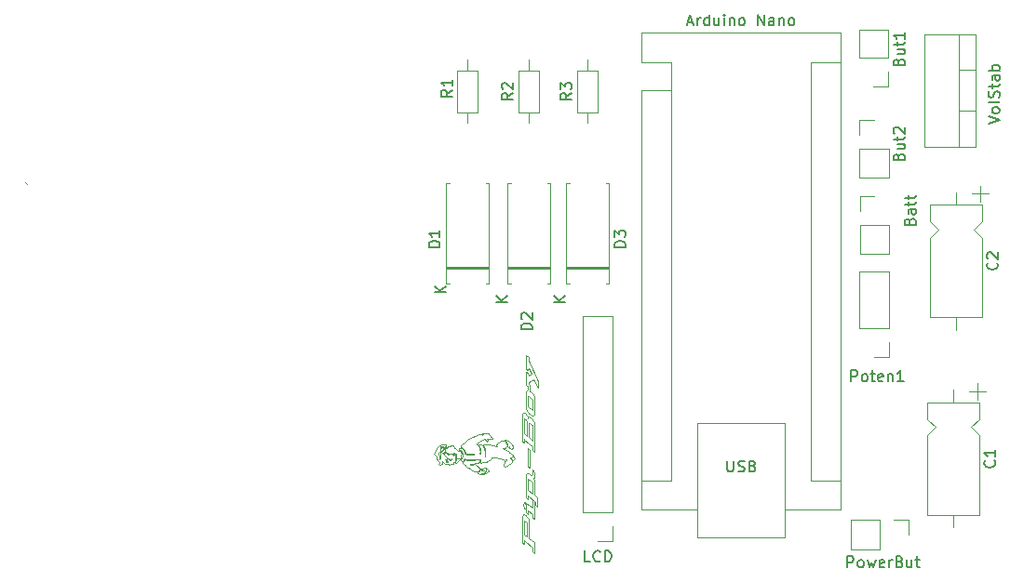
<source format=gto>
G04 #@! TF.GenerationSoftware,KiCad,Pcbnew,8.0.5*
G04 #@! TF.CreationDate,2024-10-14T16:15:43+02:00*
G04 #@! TF.ProjectId,Pipboy2,50697062-6f79-4322-9e6b-696361645f70,rev?*
G04 #@! TF.SameCoordinates,Original*
G04 #@! TF.FileFunction,Legend,Top*
G04 #@! TF.FilePolarity,Positive*
%FSLAX46Y46*%
G04 Gerber Fmt 4.6, Leading zero omitted, Abs format (unit mm)*
G04 Created by KiCad (PCBNEW 8.0.5) date 2024-10-14 16:15:43*
%MOMM*%
%LPD*%
G01*
G04 APERTURE LIST*
%ADD10C,0.090000*%
%ADD11C,0.150000*%
%ADD12C,0.120000*%
%ADD13R,1.700000X1.700000*%
%ADD14O,1.700000X1.700000*%
%ADD15C,3.200000*%
%ADD16O,2.000000X1.905000*%
%ADD17R,2.000000X1.905000*%
%ADD18R,2.000000X2.000000*%
%ADD19O,2.000000X2.000000*%
%ADD20R,2.800000X2.800000*%
%ADD21O,2.800000X2.800000*%
%ADD22C,1.400000*%
%ADD23O,1.400000X1.400000*%
%ADD24R,1.600000X1.600000*%
%ADD25O,1.600000X1.600000*%
G04 APERTURE END LIST*
D10*
X108632711Y-112403805D02*
X108589583Y-112446933D01*
X112526222Y-112174306D02*
X112639211Y-112168546D01*
X116409023Y-118384616D02*
X116418404Y-117521630D01*
X116216915Y-119132518D02*
X116267259Y-119132518D01*
X116614855Y-104583825D02*
X116619398Y-104204212D01*
X109143631Y-112473573D02*
X109150858Y-112492401D01*
X114365193Y-114142958D02*
X114349462Y-114104983D01*
X110645485Y-113044968D02*
X110621840Y-112980201D01*
X109034561Y-112385611D02*
X109007884Y-112385796D01*
X108919657Y-112932706D02*
X108891756Y-112952254D01*
X110977303Y-114197710D02*
X110904724Y-114139774D01*
X110856884Y-114101611D01*
X109416981Y-112329663D02*
X109475783Y-112327683D01*
X109314656Y-113789766D02*
X109305260Y-113716071D01*
X117131647Y-114746426D02*
X116985311Y-114513144D01*
X110354330Y-112545952D02*
X110443946Y-112535761D01*
X110446805Y-112535800D01*
X115194677Y-113647590D02*
X115172366Y-113633987D01*
X108654512Y-112882994D02*
X109313210Y-113460661D01*
X109236523Y-112998972D02*
X109196868Y-113034327D01*
X109227997Y-113696462D02*
X109155466Y-113752380D01*
X109155396Y-113755118D01*
X110044318Y-113062254D02*
X109921042Y-113026150D01*
X115316123Y-113520427D02*
X115288151Y-113594131D01*
X113753395Y-112329538D02*
X113703265Y-112307830D01*
X108542536Y-113292063D02*
X108565371Y-113314901D01*
X112606543Y-114800950D02*
X112646086Y-114793039D01*
X112105657Y-114620541D02*
X112126397Y-114620541D01*
X111558529Y-113972178D02*
X111552004Y-113989210D01*
X113097771Y-111342120D02*
X113170808Y-111395090D01*
X113165681Y-111457786D01*
X109716212Y-112272666D02*
X109774727Y-112318251D01*
X116678860Y-111563155D02*
X116677923Y-111462126D01*
X116677147Y-111361778D01*
X116676518Y-111263968D01*
X116675969Y-111154594D01*
X116675581Y-111037368D01*
X116675443Y-110946528D01*
X116675434Y-110916001D01*
X112470994Y-114432541D02*
X112529991Y-114398874D01*
X116409017Y-105306460D02*
X116605695Y-105443676D01*
X113161404Y-111657829D02*
X113069962Y-111656055D01*
X112976205Y-111654497D01*
X112942728Y-111654139D01*
X116559968Y-116306000D02*
X116554827Y-116210997D01*
X116550390Y-116107047D01*
X116547509Y-116010372D01*
X116545949Y-115908606D01*
X116545804Y-115861145D01*
X108207556Y-113221223D02*
X108166876Y-113194059D01*
X108605387Y-112927454D02*
X108629949Y-112905224D01*
X114572621Y-113540884D02*
X114547484Y-113528331D01*
X109829297Y-113778566D02*
X109794008Y-113812373D01*
X115033126Y-113074594D02*
X115072753Y-113082955D01*
X117072181Y-115249516D02*
X117149968Y-115212913D01*
X108604833Y-112859764D02*
X108560318Y-112887277D01*
X108629949Y-112905224D02*
X109024815Y-112547863D01*
X109974500Y-113867283D02*
X109957447Y-113846734D01*
X108886145Y-112507773D02*
X108906776Y-112539264D01*
X112245624Y-112661147D02*
X112245644Y-112661159D01*
X117145376Y-118994334D02*
X116981806Y-118909446D01*
X112214924Y-112549327D02*
X112201541Y-112459702D01*
X112195797Y-112444444D01*
X114299253Y-112574910D02*
X114372193Y-112609749D01*
X110422769Y-113490655D02*
X110378705Y-113549536D01*
X108081311Y-113113173D02*
X108036434Y-113059456D01*
X114443260Y-111797721D02*
X114447310Y-111776841D01*
X112604729Y-112567745D02*
X112610750Y-112656998D01*
X114553618Y-111897315D02*
X114496414Y-111857958D01*
X110580645Y-112900875D02*
X110555291Y-112850772D01*
X112267522Y-113000879D02*
X112272913Y-112935044D01*
X112440995Y-111315570D02*
X112464090Y-111264423D01*
X113742851Y-112172281D02*
X113807406Y-112108165D01*
X113876617Y-112049687D01*
X113901403Y-112034554D01*
X108472099Y-113962695D02*
X108485330Y-113870461D01*
X108486594Y-113853233D01*
X112253905Y-111268905D02*
X112327297Y-111281802D01*
X117004964Y-121571682D02*
X117011465Y-121959767D01*
X113723904Y-113421055D02*
X113633146Y-113407271D01*
X113566976Y-113401947D01*
X112744613Y-114305416D02*
X112764003Y-114342915D01*
X113687673Y-112261759D02*
X113687843Y-112228774D01*
X112592515Y-114543165D02*
X112561444Y-114550968D01*
X114464365Y-112543366D02*
X114418960Y-112572121D01*
X115196081Y-112326106D02*
X115201121Y-112415548D01*
X114364240Y-113980215D02*
X114415288Y-113871279D01*
X109601208Y-113589282D02*
X109646157Y-113549816D01*
X112224660Y-113607403D02*
X112224950Y-113542115D01*
X114629596Y-111996594D02*
X114612541Y-111970557D01*
X110307667Y-112603894D02*
X110312167Y-112580512D01*
X112118252Y-114585447D02*
X112047181Y-114646893D01*
X112024094Y-114658440D01*
X112901422Y-111182451D02*
X112975309Y-111198075D01*
X110440485Y-113402912D02*
X110422769Y-113490655D01*
X112049190Y-112275502D02*
X112105483Y-112338115D01*
X112018587Y-114719649D02*
X112062122Y-114693963D01*
X116619396Y-106545924D02*
X116693504Y-106489110D01*
X116788133Y-106427117D01*
X116873595Y-106372849D01*
X116956177Y-106321221D01*
X117039103Y-106269951D01*
X117081342Y-106244053D01*
X113720726Y-112354180D02*
X113772794Y-112362370D01*
X116610276Y-105708940D02*
X116409017Y-105585465D01*
X116991186Y-118571757D02*
X116568488Y-118192321D01*
X108486594Y-113853233D02*
X108491958Y-113770146D01*
X109523270Y-113628749D02*
X109556259Y-113628749D01*
X112873674Y-111689080D02*
X112892721Y-111799708D01*
X108715991Y-112217095D02*
X108802095Y-112187970D01*
X108810663Y-112184884D01*
X108618347Y-112552701D02*
X108631632Y-112587792D01*
X110837726Y-113503811D02*
X110804220Y-113516557D01*
X111621242Y-114614237D02*
X111566191Y-114582850D01*
X116738328Y-106756303D02*
X116688476Y-106678122D01*
X116640333Y-106596457D01*
X116619396Y-106545924D01*
X115218112Y-113215129D02*
X115194325Y-113238914D01*
X109150858Y-112492401D02*
X109193060Y-112498881D01*
X110209071Y-112764525D02*
X110264683Y-112802073D01*
X110531149Y-113735108D02*
X110460813Y-113678614D01*
X114547484Y-113528331D02*
X114530105Y-113528331D01*
X112796128Y-114782163D02*
X112714138Y-114825029D01*
X112632923Y-114860590D01*
X109976243Y-113673458D02*
X109984307Y-113694461D01*
X114643761Y-112110763D02*
X114656379Y-112118503D01*
X112520518Y-113842173D02*
X112499813Y-113810572D01*
X112783395Y-114380413D02*
X112823891Y-114384364D01*
X112010496Y-114751861D02*
X112018587Y-114719649D01*
X112497076Y-114842713D02*
X112503565Y-114825788D01*
X109846265Y-112415541D02*
X109870649Y-112494408D01*
X108628112Y-112734488D02*
X108617657Y-112825694D01*
X108616473Y-112829146D01*
X113358385Y-111653059D02*
X113266018Y-111658463D01*
X113170813Y-111658010D01*
X113161404Y-111657829D01*
X112499813Y-113810572D02*
X112479109Y-113778972D01*
X116084282Y-109486750D02*
X116079887Y-109617822D01*
X116077088Y-109746941D01*
X116073994Y-109909310D01*
X116072362Y-110000822D01*
X116070686Y-110098077D01*
X116068976Y-110200217D01*
X116067244Y-110306386D01*
X116065497Y-110415727D01*
X116063748Y-110527384D01*
X116062005Y-110640500D01*
X116060279Y-110754218D01*
X116058580Y-110867681D01*
X116056918Y-110980033D01*
X116055302Y-111090417D01*
X116053744Y-111197976D01*
X116052252Y-111301854D01*
X116050838Y-111401194D01*
X116049510Y-111495138D01*
X116047157Y-111663416D01*
X116045272Y-111799834D01*
X116043936Y-111897537D01*
X116043138Y-111956512D01*
X109475783Y-112327683D02*
X109534584Y-112325703D01*
X114250304Y-112536255D02*
X114255425Y-112551627D01*
X112776000Y-113792000D02*
X112687475Y-113823989D01*
X112594367Y-113840772D01*
X112569832Y-113842173D01*
X116509624Y-119397783D02*
X116514205Y-120586901D01*
X111195513Y-114356872D02*
X111162710Y-114336331D01*
X111920932Y-112152193D02*
X111948846Y-112204609D01*
X115172366Y-113633987D02*
X115128635Y-113577493D01*
X111233131Y-113123758D02*
X111415168Y-113118511D01*
X116971840Y-117990644D02*
X116995290Y-117230841D01*
X116225227Y-117418073D02*
X116193286Y-117505148D01*
X116181977Y-117596626D01*
X111170371Y-113075618D02*
X111099137Y-113075369D01*
X110825117Y-112914060D02*
X110825117Y-112961382D01*
X112971888Y-114535153D02*
X112971888Y-114577383D01*
X111446597Y-114512020D02*
X111365254Y-114462863D01*
X111325387Y-114440239D01*
X112656002Y-114732835D02*
X112651682Y-114750973D01*
X111226556Y-114375292D02*
X111195513Y-114356872D01*
X108566736Y-114030477D02*
X108504362Y-114030477D01*
X113772794Y-112362370D02*
X113780273Y-112350274D01*
X112199843Y-113521618D02*
X112089993Y-113525893D01*
X111565054Y-113955150D02*
X111558529Y-113972178D01*
X112747261Y-114641992D02*
X112703799Y-114678341D01*
X116601113Y-115331844D02*
X116681360Y-115386626D01*
X116759876Y-115451734D01*
X116827749Y-115511071D01*
X116906868Y-115584018D01*
X116974486Y-115653591D01*
X116989889Y-115674857D01*
X114835507Y-112394340D02*
X114822286Y-112454685D01*
X109745446Y-113020127D02*
X109720253Y-113067347D01*
X112177816Y-112492630D02*
X112185664Y-112572946D01*
X110858743Y-113054686D02*
X110932949Y-113078170D01*
X108824899Y-112390305D02*
X108789410Y-112360677D01*
X116052296Y-119100494D02*
X116050417Y-119190675D01*
X116049605Y-119293698D01*
X116049267Y-119388200D01*
X116049139Y-119495107D01*
X116049137Y-119513982D01*
X108808249Y-112467732D02*
X108865515Y-112476282D01*
X111915252Y-113880836D02*
X111824310Y-113895908D01*
X111790610Y-113905582D01*
X112484954Y-111187851D02*
X112573942Y-111166930D01*
X112639222Y-111158277D01*
X109733774Y-113138089D02*
X109772488Y-113176803D01*
X112164356Y-113766839D02*
X112117278Y-113799419D01*
X116564512Y-116836532D02*
X117282601Y-117435691D01*
X110643091Y-113323265D02*
X110644288Y-113184117D01*
X112373066Y-113865867D02*
X112306794Y-113868891D01*
X116893822Y-110378617D02*
X116956724Y-110443426D01*
X116989889Y-110502090D01*
X108437354Y-113071265D02*
X108435770Y-113113845D01*
X110299046Y-113654139D02*
X110234599Y-113721145D01*
X110220342Y-113736494D01*
X110804220Y-113516557D02*
X110738283Y-113579602D01*
X110724811Y-113617862D01*
X110055296Y-113445609D02*
X110044318Y-113062254D01*
X111413777Y-113075026D02*
X111316869Y-113075195D01*
X111221798Y-113075408D01*
X111170371Y-113075618D01*
X112607821Y-114350187D02*
X112664315Y-114326607D01*
X115030791Y-113348439D02*
X114979950Y-113346612D01*
X110983890Y-111842543D02*
X111057646Y-111789500D01*
X111080449Y-111776915D01*
X109355353Y-113505703D02*
X109362626Y-113528602D01*
X116049142Y-119513982D02*
X116049228Y-119632667D01*
X116049472Y-119759139D01*
X116049852Y-119891268D01*
X116050344Y-120026922D01*
X116050927Y-120163971D01*
X116051577Y-120300282D01*
X116052273Y-120433726D01*
X116052991Y-120562171D01*
X116053708Y-120683486D01*
X116054404Y-120795539D01*
X116055054Y-120896201D01*
X116055896Y-121021170D01*
X116056649Y-121128034D01*
X116056840Y-121154037D01*
X110286010Y-112773795D02*
X110307337Y-112745517D01*
X116395313Y-117046951D02*
X116559968Y-117152143D01*
X111363794Y-113629371D02*
X111424230Y-113615238D01*
X112272913Y-112935044D02*
X112275305Y-112844782D01*
X112273534Y-112775960D01*
X112174690Y-114885929D02*
X112103751Y-114853320D01*
X110825117Y-113008704D02*
X110841930Y-113031694D01*
X112242206Y-112938698D02*
X112210251Y-112968335D01*
X114028716Y-111944752D02*
X114108296Y-111901212D01*
X114135427Y-111885910D01*
X116554417Y-118515940D02*
X116409023Y-118384616D01*
X111771948Y-114689564D02*
X111738396Y-114667594D01*
X108750985Y-112459182D02*
X108808249Y-112467732D01*
X116407898Y-106146290D02*
X116407955Y-106253748D01*
X116408145Y-106359258D01*
X116408494Y-106459743D01*
X116409031Y-106552128D01*
X116410007Y-106651534D01*
X116412037Y-106749933D01*
X116413596Y-106779168D01*
X116591953Y-107762482D02*
X116673135Y-107816727D01*
X116749894Y-107883539D01*
X116831092Y-107959460D01*
X116903748Y-108030983D01*
X116966401Y-108098013D01*
X116971569Y-108105534D01*
X110436136Y-113589143D02*
X110466132Y-113502560D01*
X110493451Y-113486900D01*
X114496414Y-111857958D02*
X114439210Y-111818601D01*
X108238201Y-113465945D02*
X108245608Y-113387274D01*
X109957447Y-113846734D02*
X109884845Y-113802376D01*
X108540218Y-113505153D02*
X108566855Y-113458075D01*
X112125668Y-112398247D02*
X112126865Y-112451950D01*
X114503614Y-111775401D02*
X114603844Y-111787363D01*
X114710718Y-111825832D01*
X114797705Y-111873360D01*
X114883295Y-111933854D01*
X114964978Y-112005537D01*
X115040244Y-112086633D01*
X115106582Y-112175366D01*
X115135619Y-112222041D01*
X109318479Y-113007241D02*
X109318480Y-113007261D01*
X108952621Y-112530039D02*
X109032825Y-112521759D01*
X115152070Y-113115419D02*
X115191760Y-113139511D01*
X112268773Y-112682711D02*
X112245624Y-112661147D01*
X108675838Y-112360677D02*
X108632711Y-112403805D01*
X114612541Y-111970557D02*
X114605701Y-111944520D01*
X114605701Y-111944520D02*
X114579655Y-111937680D01*
X108560318Y-112887277D02*
X108515803Y-112914790D01*
X115118964Y-113746746D02*
X115106148Y-113785595D01*
X112711130Y-114731972D02*
X112776175Y-114670906D01*
X108891756Y-112982233D02*
X108891756Y-113012194D01*
X116241764Y-120957244D02*
X117004964Y-121571682D01*
X110804413Y-112729426D02*
X110755157Y-112654357D01*
X112180999Y-113580318D02*
X112180999Y-113673579D01*
X108515111Y-113528315D02*
X108527664Y-113528315D01*
X114803710Y-112458285D02*
X114785134Y-112461885D01*
X112703799Y-114678341D02*
X112656002Y-114732835D01*
X116545804Y-115861145D02*
X116546864Y-115762521D01*
X116550841Y-115648154D01*
X116557126Y-115552683D01*
X116567194Y-115458776D01*
X116585298Y-115363867D01*
X116601113Y-115331844D01*
X114518073Y-114223633D02*
X114463595Y-114232030D01*
X112103751Y-114853320D02*
X112023639Y-114807987D01*
X112017608Y-114802392D01*
X112237193Y-112897703D02*
X112242206Y-112938698D01*
X115185397Y-113274446D02*
X115246300Y-113301029D01*
X117268860Y-117732980D02*
X117438096Y-117833590D01*
X115027542Y-113887609D02*
X114958213Y-113952110D01*
X114890169Y-114011986D01*
X114818673Y-114070340D01*
X114782409Y-114093265D01*
X113687843Y-112228774D02*
X113742851Y-112172281D01*
X113323417Y-112260094D02*
X113418510Y-112281025D01*
X113509336Y-112302974D01*
X113601524Y-112326701D01*
X113630996Y-112334947D01*
X113703265Y-112307830D02*
X113687503Y-112294753D01*
X114760842Y-112822423D02*
X114840624Y-112869537D01*
X114914970Y-112922985D01*
X114983002Y-112983250D01*
X115025116Y-113042746D01*
X110555291Y-112850772D02*
X110547488Y-112815231D01*
X110644296Y-113710078D02*
X110576624Y-113756687D01*
X111992897Y-112212889D02*
X112049190Y-112275502D01*
X108766824Y-113741726D02*
X108779074Y-113773929D01*
X111557493Y-114003787D02*
X111582422Y-113977029D01*
X112178297Y-112997972D02*
X112192890Y-113006999D01*
X113058762Y-111328521D02*
X113097771Y-111342120D01*
X114648406Y-112024836D02*
X114629596Y-111996594D01*
X111739288Y-113917887D02*
X111685846Y-113936718D01*
X114670239Y-112321723D02*
X114654273Y-112360279D01*
X112711664Y-112994591D02*
X112698158Y-112869048D01*
X115338406Y-113411934D02*
X115344076Y-113446404D01*
X110378705Y-113549536D02*
X110324702Y-113625258D01*
X110299046Y-113654139D01*
X117149966Y-112875784D02*
X117149724Y-112761730D01*
X117149393Y-112630740D01*
X117148894Y-112460731D01*
X117148575Y-112363507D01*
X117148207Y-112259422D01*
X117147787Y-112149442D01*
X117147313Y-112034530D01*
X117146781Y-111915653D01*
X117146190Y-111793774D01*
X117145538Y-111669859D01*
X117144820Y-111544872D01*
X117144036Y-111419777D01*
X117143182Y-111295540D01*
X117142256Y-111173125D01*
X117141256Y-111053497D01*
X117140178Y-110937622D01*
X117139021Y-110826462D01*
X117137782Y-110720984D01*
X117136459Y-110622152D01*
X117135048Y-110530930D01*
X117131955Y-110375178D01*
X117128484Y-110261446D01*
X117122523Y-110186519D01*
X112616771Y-112746242D02*
X112638897Y-112788812D01*
X110576624Y-113756687D02*
X110531149Y-113735108D01*
X113359393Y-111608005D02*
X113372154Y-111644599D01*
X112942728Y-111654139D02*
X112907268Y-111654187D01*
X112171482Y-114506018D02*
X112144867Y-114539854D01*
X109525185Y-114018013D02*
X109425301Y-114019957D01*
X112224950Y-113542115D02*
X112212397Y-113531866D01*
X109768404Y-112984154D02*
X109745446Y-113020127D01*
X110010417Y-113661265D02*
X110047531Y-113593880D01*
X112089993Y-113525893D02*
X111997320Y-113533910D01*
X112063993Y-113547140D01*
X112002405Y-114784073D02*
X112010496Y-114751861D01*
X117442676Y-117005769D02*
X117136227Y-116786228D01*
X112284890Y-114394564D02*
X112323950Y-114394749D01*
X116989889Y-112368113D02*
X116999012Y-112747731D01*
X115246300Y-113301029D02*
X115292353Y-113315853D01*
X109909486Y-112976371D02*
X109909474Y-112976369D01*
X109908695Y-113044981D02*
X109921042Y-113026150D01*
X109774727Y-112318251D02*
X109833241Y-112363836D01*
X112138976Y-112339414D02*
X112124471Y-112344544D01*
X110882029Y-111923120D02*
X110954841Y-111866321D01*
X110983890Y-111842543D01*
X111593931Y-111507012D02*
X111628596Y-111488184D01*
X112651682Y-114750973D02*
X112563839Y-114768029D01*
X108504362Y-114030477D02*
X108483658Y-114009775D01*
X111120185Y-113570934D02*
X111069969Y-113548927D01*
X108398085Y-112435693D02*
X108525855Y-112310956D01*
X116413597Y-104030433D02*
X116409017Y-105306460D01*
X112147809Y-113547140D02*
X112164404Y-113563729D01*
X108565371Y-113314901D02*
X108565273Y-113343147D01*
X112776175Y-114670906D02*
X112761718Y-114656449D01*
X109087380Y-112378501D02*
X109034561Y-112385611D01*
X114750232Y-112425453D02*
X114715330Y-112389030D01*
X116966988Y-109047668D02*
X116890041Y-108999204D01*
X116806973Y-108936208D01*
X116734886Y-108879923D01*
X116652421Y-108814516D01*
X116579351Y-108755850D01*
X116578249Y-108754959D01*
X114452273Y-112653831D02*
X114536525Y-112703900D01*
X114618915Y-112747919D01*
X114701006Y-112791108D01*
X114760842Y-112822423D01*
X109211200Y-113817064D02*
X109248400Y-113817064D01*
X111757931Y-113993319D02*
X111821969Y-114059432D01*
X115043346Y-113527761D02*
X115068591Y-113582146D01*
X109225469Y-113084589D02*
X109262106Y-113113904D01*
X116413596Y-115089441D02*
X116412810Y-115186683D01*
X116411908Y-115287072D01*
X116410739Y-115414595D01*
X116409355Y-115563718D01*
X116407811Y-115728907D01*
X116406159Y-115904627D01*
X116405310Y-115994708D01*
X116404454Y-116085346D01*
X116403598Y-116175850D01*
X116401913Y-116353689D01*
X116400308Y-116522692D01*
X116398838Y-116677323D01*
X116397554Y-116812051D01*
X116396512Y-116921339D01*
X116395518Y-117025469D01*
X116395313Y-117046951D01*
X111424230Y-113615238D02*
X111524550Y-113612438D01*
X111636102Y-113607148D01*
X111745599Y-113600337D01*
X111839758Y-113592972D01*
X111928918Y-113580457D01*
X111923658Y-113578835D01*
X109317976Y-112373097D02*
X109355325Y-112373097D01*
X109977205Y-113349410D02*
X109984803Y-113442866D01*
X109985620Y-113533361D01*
X109978177Y-113593520D01*
X115344076Y-113446404D02*
X115316123Y-113520427D01*
X112184199Y-114347617D02*
X112177827Y-114426817D01*
X109305263Y-113716072D02*
X109074988Y-113552091D01*
X114785134Y-112461885D02*
X114750232Y-112425453D01*
X110761459Y-113662558D02*
X110773847Y-113629978D01*
X112419236Y-112258447D02*
X112483233Y-112310386D01*
X108746436Y-113980257D02*
X108678329Y-114005366D01*
X112035100Y-114236588D02*
X112184199Y-114347617D01*
X110422769Y-113490655D02*
X110055296Y-113445609D01*
X109000360Y-112423461D02*
X108992835Y-112461126D01*
X115025116Y-113042746D02*
X115033126Y-113074594D01*
X108491958Y-113770146D02*
X108434686Y-113702581D01*
X109879681Y-113131044D02*
X110044318Y-113062254D01*
X115204936Y-113177320D02*
X115218112Y-113215129D01*
X112918532Y-114680078D02*
X112865177Y-114740541D01*
X109425301Y-114019957D02*
X109312314Y-114000648D01*
X109606326Y-112272666D02*
X109661269Y-112272666D01*
X112600912Y-114556741D02*
X112592515Y-114543165D01*
X109188831Y-113055274D02*
X109225469Y-113084589D01*
X116301380Y-117433732D02*
X116225227Y-117418073D01*
X109646157Y-113549816D02*
X109642027Y-113529649D01*
X109661269Y-112272666D02*
X109716212Y-112272666D01*
X114418960Y-112572121D02*
X114370203Y-112554742D01*
X108587149Y-113252123D02*
X108580804Y-113070086D01*
X116337565Y-118081153D02*
X116370208Y-117990490D01*
X116381232Y-117895635D01*
X116382088Y-117796408D01*
X116380895Y-117770073D01*
X109295733Y-113113951D02*
X109329361Y-113113998D01*
X108515307Y-113446713D02*
X108515209Y-113487514D01*
X108565273Y-113343147D02*
X108540249Y-113409046D01*
X114579655Y-111937680D02*
X114553618Y-111930840D01*
X110743212Y-112781671D02*
X110781064Y-112863412D01*
X110800420Y-112891056D01*
X109570456Y-112299180D02*
X109606326Y-112272666D01*
X108462955Y-113989071D02*
X108472099Y-113962695D01*
X109266818Y-113688695D02*
X109227997Y-113696462D01*
X112702352Y-113155835D02*
X112711664Y-112994591D01*
X108678329Y-114005366D02*
X108629111Y-114030477D01*
X112222325Y-113847629D02*
X112204128Y-113823342D01*
X110446805Y-112535800D02*
X110501617Y-112536790D01*
X114914321Y-112535379D02*
X114873857Y-112501593D01*
X116747469Y-112702003D02*
X116610261Y-112578516D01*
X108586400Y-112275379D02*
X108671459Y-112234013D01*
X108715991Y-112217095D01*
X111433727Y-114043070D02*
X111532564Y-114030545D01*
X109430088Y-113590125D02*
X109490280Y-113628749D01*
X116966989Y-116644472D02*
X116559968Y-116306000D01*
X116976150Y-111823879D02*
X116678860Y-111563155D01*
X109642027Y-113529649D02*
X109637896Y-113509483D01*
X112323950Y-114394749D02*
X112414183Y-114412771D01*
X112417002Y-114413736D01*
X110841930Y-113031694D02*
X110858743Y-113054686D01*
X116619397Y-105923898D02*
X116610276Y-105708940D01*
X109772488Y-113176803D02*
X109795890Y-113176803D01*
X117140684Y-117338713D02*
X117145376Y-118994334D01*
X112105657Y-114644409D02*
X112105657Y-114620541D01*
X110536377Y-112468168D02*
X110459658Y-112418815D01*
X110438915Y-112405096D01*
X116829815Y-107410345D02*
X116749849Y-107356820D01*
X116720045Y-107314278D01*
X112219202Y-112199695D02*
X112276251Y-112186411D01*
X111334288Y-114005932D02*
X111322024Y-114018196D01*
X108515803Y-112914790D02*
X108477371Y-112971733D01*
X116989889Y-115674857D02*
X116997965Y-115784718D01*
X116997434Y-115885731D01*
X116994702Y-116005768D01*
X116990401Y-116136055D01*
X116985166Y-116267820D01*
X116979630Y-116392288D01*
X116974426Y-116500687D01*
X116969098Y-116605059D01*
X116966989Y-116644472D01*
X114848728Y-112333995D02*
X114835507Y-112394340D01*
X116043138Y-111956512D02*
X116198633Y-112070863D01*
X108865515Y-112476282D02*
X108886145Y-112507773D01*
X112195797Y-112444444D02*
X112168859Y-112382101D01*
X116112029Y-118615302D02*
X116093614Y-118708059D01*
X116078316Y-118807105D01*
X116066294Y-118907619D01*
X116058068Y-119000595D01*
X116052296Y-119100494D01*
X116056840Y-121154037D02*
X116203214Y-121259227D01*
X109015549Y-112906906D02*
X109024815Y-112547863D01*
X111080449Y-111776915D02*
X111160546Y-111732531D01*
X111226963Y-111692468D01*
X111096753Y-114284917D02*
X111020915Y-114231348D01*
X110977303Y-114197710D01*
X116495923Y-111425981D02*
X116198633Y-111165255D01*
X108616473Y-112829146D02*
X108604833Y-112859764D01*
X108036434Y-113059456D02*
X108044498Y-113027098D01*
X112660405Y-112583380D02*
X112636212Y-112550449D01*
X112206401Y-112668797D02*
X112224605Y-112757257D01*
X112225733Y-112770521D01*
X114609684Y-113553438D02*
X114572621Y-113540884D01*
X116195208Y-110518102D02*
X116195304Y-110426591D01*
X116195616Y-110336406D01*
X116196426Y-110220927D01*
X116197759Y-110114298D01*
X116199695Y-110020231D01*
X116203084Y-109925966D01*
X116212374Y-109843505D01*
X110710700Y-112695298D02*
X110743212Y-112781671D01*
X112929513Y-114510152D02*
X112971888Y-114535153D01*
X112230826Y-111281253D02*
X112253905Y-111268905D01*
X110495561Y-112926955D02*
X110536349Y-112997686D01*
X112563839Y-114768029D02*
X112470756Y-114784141D01*
X112419500Y-114791191D01*
X112456103Y-114550367D02*
X112381832Y-114541970D01*
X111415168Y-113118511D02*
X111505395Y-113115209D01*
X111596241Y-113110017D01*
X111627267Y-113106631D01*
X110312167Y-112580512D02*
X110316667Y-112557139D01*
X112017608Y-114802392D02*
X112002405Y-114784073D01*
X112764003Y-114342915D02*
X112783395Y-114380413D01*
X111320630Y-113628382D02*
X111338280Y-113643029D01*
X112639222Y-111158277D02*
X112739656Y-111149052D01*
X112538765Y-114897397D02*
X112469717Y-114904597D01*
X109332931Y-113453092D02*
X109074988Y-113552091D01*
X109329361Y-113113998D02*
X109349089Y-113094270D01*
X115192777Y-112539678D02*
X115179340Y-112574202D01*
X111309760Y-114030460D02*
X111322327Y-114043028D01*
X111657331Y-113099980D02*
X111644708Y-113087357D01*
X112917650Y-113729186D02*
X112874883Y-113754295D01*
X112062122Y-114693963D02*
X112105657Y-114668278D01*
X111322327Y-114043028D02*
X111334895Y-114055595D01*
X111566191Y-114582850D02*
X111518275Y-114560062D01*
X112875762Y-114436724D02*
X112887138Y-114485150D01*
X109368818Y-113029930D02*
X109015549Y-112906906D01*
X111325387Y-114440239D02*
X111246605Y-114391586D01*
X111226556Y-114375292D01*
X108629111Y-114030477D02*
X108566736Y-114030477D01*
X110962139Y-113019445D02*
X110900213Y-112998871D01*
X113254165Y-111531964D02*
X113311225Y-111563671D01*
X116212374Y-109843505D02*
X116299705Y-109881165D01*
X116371503Y-109944033D01*
X116413594Y-109980718D01*
X114708220Y-112246163D02*
X114701110Y-112103298D01*
X112193138Y-114569208D02*
X112239136Y-114517876D01*
X112504889Y-112284556D02*
X112503638Y-112240951D01*
X109979027Y-112572456D02*
X110051701Y-112629067D01*
X110053575Y-112630398D01*
X112667179Y-113063635D02*
X112673335Y-113295888D01*
X112698158Y-112869048D02*
X112687675Y-112778098D01*
X112675977Y-112687361D01*
X112672530Y-112663444D01*
X116413594Y-109980718D02*
X116476474Y-110045526D01*
X116509624Y-110104190D01*
X108654512Y-112882994D02*
X108645980Y-112781954D01*
X114447512Y-113603098D02*
X114365478Y-113585747D01*
X110724811Y-113617862D02*
X110711968Y-113663472D01*
X116578249Y-108754959D02*
X116574560Y-108655330D01*
X116571099Y-108547661D01*
X116568254Y-108444010D01*
X116565766Y-108331027D01*
X116564028Y-108214467D01*
X116563432Y-108100089D01*
X116563508Y-108072511D01*
X116675435Y-110916001D02*
X116675531Y-110824490D01*
X116675843Y-110734305D01*
X116676653Y-110618826D01*
X116677986Y-110512197D01*
X116679922Y-110418130D01*
X116683312Y-110323866D01*
X116692602Y-110241404D01*
X112306511Y-114826588D02*
X112398913Y-114852709D01*
X112421037Y-114850660D01*
X114562410Y-111987067D02*
X114614934Y-112038412D01*
X109720253Y-113067347D02*
X109695061Y-113099376D01*
X112503565Y-114825788D02*
X112510054Y-114808861D01*
X110548288Y-112564879D02*
X110623176Y-112619220D01*
X110652829Y-112644133D01*
X111961324Y-114688777D02*
X111866636Y-114689171D01*
X108070818Y-112974484D02*
X108117392Y-112885633D01*
X108155937Y-112795861D01*
X108190675Y-112705409D01*
X108200805Y-112675718D01*
X112180999Y-113673579D02*
X112180999Y-113766839D01*
X114422258Y-114206482D02*
X114380921Y-114180934D01*
X114365478Y-113585747D02*
X114267242Y-113548965D01*
X114175389Y-113517496D01*
X114081721Y-113491200D01*
X113992516Y-113471685D01*
X113932302Y-113460200D01*
X108434686Y-113702581D02*
X108373791Y-113630031D01*
X108315195Y-113559443D01*
X108307808Y-113550481D01*
X116559968Y-117152143D02*
X116564512Y-116836532D01*
X112237502Y-113008439D02*
X112267522Y-113000879D01*
X108246585Y-112584104D02*
X108311495Y-112520342D01*
X108378419Y-112454898D01*
X108398085Y-112435693D01*
X109882013Y-112521570D02*
X109911026Y-112530570D01*
X116605695Y-105443676D02*
X116619397Y-105228709D01*
X108632783Y-112675673D02*
X108632778Y-112675678D01*
X115201121Y-112415548D02*
X115206161Y-112504990D01*
X114349462Y-114104983D02*
X114356851Y-114042599D01*
X110575364Y-112202884D02*
X110639201Y-112139255D01*
X110708703Y-112074600D01*
X110782762Y-112007662D01*
X110855490Y-111944413D01*
X110882029Y-111923120D01*
X108906776Y-112539264D02*
X108952621Y-112530039D01*
X111670176Y-113985174D02*
X111757931Y-113993319D01*
X110264683Y-112802073D02*
X110286010Y-112773795D01*
X114419441Y-112636677D02*
X114452273Y-112653831D01*
X109016521Y-112869241D02*
X109003719Y-112891210D01*
X111627267Y-113106631D02*
X111657331Y-113099980D01*
X116563509Y-108072511D02*
X116563508Y-108072511D01*
X115106400Y-113680494D02*
X115118964Y-113746746D01*
X114860878Y-112337955D02*
X114848728Y-112333995D01*
X112610750Y-112656998D02*
X112616771Y-112746242D01*
X116610261Y-112578516D02*
X116605688Y-114247884D01*
X112469717Y-114904597D02*
X112400668Y-114911797D01*
X109979186Y-113252819D02*
X109968122Y-113252115D01*
X113146030Y-111479494D02*
X113189272Y-111493768D01*
X109978177Y-113593520D02*
X109976243Y-113673458D01*
X109067185Y-112522749D02*
X109080346Y-112498161D01*
X109193060Y-112498881D02*
X109227584Y-112477974D01*
X114255425Y-112551627D02*
X114299253Y-112574910D01*
X112177827Y-114426817D02*
X112171482Y-114506018D01*
X113787761Y-112338178D02*
X113753395Y-112329538D01*
X111685846Y-113936718D02*
X111661478Y-113955150D01*
X114380921Y-114180934D02*
X114365193Y-114142958D01*
X109763328Y-113952427D02*
X109746566Y-113972624D01*
X116413596Y-106779168D02*
X116465768Y-106856251D01*
X116532527Y-106870653D01*
X113346632Y-111571411D02*
X113359393Y-111608005D01*
X109833241Y-112363836D02*
X109846265Y-112415541D01*
X111162710Y-114336331D02*
X111096753Y-114284917D01*
X114631985Y-113601002D02*
X114653747Y-113592065D01*
X110900213Y-112998871D02*
X110885579Y-112971673D01*
X114822286Y-112454685D02*
X114803710Y-112458285D01*
X111821969Y-114059432D02*
X111889936Y-114121065D01*
X111964268Y-114182016D01*
X112035100Y-114236588D01*
X112365712Y-112206499D02*
X112419236Y-112258447D01*
X115241414Y-113620861D02*
X115194677Y-113647590D01*
X109791362Y-112963373D02*
X109768404Y-112984154D01*
X111613266Y-113955150D02*
X111565054Y-113955150D01*
X116189473Y-111727811D02*
X116268434Y-111793694D01*
X116349782Y-111859242D01*
X116448759Y-111938446D01*
X116520730Y-111995843D01*
X116594826Y-112054822D01*
X116668761Y-112113586D01*
X116740250Y-112170341D01*
X116837901Y-112247776D01*
X116917198Y-112310590D01*
X116989889Y-112368113D01*
X116407899Y-106146290D02*
X116407898Y-106146290D01*
X109134052Y-112307284D02*
X109113523Y-112371481D01*
X108455578Y-113135909D02*
X108497543Y-113213600D01*
X111661478Y-113955150D02*
X111613266Y-113955150D01*
X114993126Y-113441943D02*
X115041078Y-113518282D01*
X115043346Y-113527761D01*
X111632086Y-113074735D02*
X111413777Y-113075026D01*
X110621840Y-112980201D02*
X110580645Y-112900875D01*
X112517551Y-114571801D02*
X112609309Y-114570316D01*
X117479241Y-107067293D02*
X117479241Y-106413289D01*
X112827524Y-112173847D02*
X112919947Y-112187180D01*
X112997007Y-112198048D01*
X115191760Y-113139511D02*
X115204936Y-113177320D01*
X112529991Y-114398874D02*
X112606778Y-114351001D01*
X112607821Y-114350187D01*
X111518275Y-114560062D02*
X111446597Y-114512020D01*
X109155396Y-113755118D02*
X109155396Y-113777977D01*
X109093508Y-112473573D02*
X109118568Y-112473573D01*
X112144867Y-114539854D02*
X112118252Y-114585447D01*
X109355325Y-112373097D02*
X109392675Y-112373097D01*
X112276251Y-112186411D02*
X112320982Y-112196455D01*
X112117278Y-113799419D02*
X112040744Y-113853534D01*
X111944952Y-113876775D01*
X111915252Y-113880836D01*
X114447310Y-111776841D02*
X114503614Y-111775401D01*
X109556259Y-113628749D02*
X109601208Y-113589282D01*
X114638987Y-113553438D02*
X114609684Y-113553438D01*
X108597314Y-112482276D02*
X108618347Y-112552701D01*
X115106148Y-113785595D02*
X115093332Y-113824442D01*
X109196868Y-113034327D02*
X109188831Y-113055274D01*
X116181977Y-117596626D02*
X116180482Y-117695966D01*
X116187630Y-117797902D01*
X116202678Y-117895770D01*
X116224888Y-117982904D01*
X111532564Y-114030545D02*
X111557493Y-114003787D01*
X112290803Y-114425525D02*
X112284890Y-114394564D01*
X112417002Y-114413736D02*
X112470994Y-114432541D01*
X113687503Y-112294753D02*
X113687673Y-112261759D01*
X109468776Y-113517356D02*
X109400853Y-113485225D01*
X117017334Y-109610223D02*
X117099917Y-109560235D01*
X117129516Y-109470905D01*
X117131647Y-109459308D01*
X113258505Y-113440677D02*
X113260332Y-113487087D01*
X108935685Y-113887513D02*
X108861792Y-113833870D01*
X108804141Y-113763423D01*
X108803865Y-113761061D01*
X112514318Y-112185826D02*
X112526222Y-112174306D01*
X114654273Y-112360279D02*
X114638298Y-112398835D01*
X112281421Y-111858524D02*
X112253356Y-111878297D01*
X112400668Y-114911797D02*
X112287679Y-114898870D01*
X112192890Y-113006999D02*
X112237502Y-113008439D01*
X109838277Y-112963373D02*
X109791362Y-112963373D01*
X114415288Y-113871279D02*
X114466336Y-113762343D01*
X111948846Y-112204609D02*
X111992897Y-112212889D01*
X116989889Y-110502090D02*
X116988987Y-110597973D01*
X116987742Y-110720196D01*
X116986702Y-110820817D01*
X116985541Y-110932371D01*
X116984300Y-111051108D01*
X116983019Y-111173275D01*
X116981738Y-111295120D01*
X116980497Y-111412892D01*
X116979336Y-111522838D01*
X116978296Y-111621208D01*
X116977051Y-111738848D01*
X116976150Y-111823879D01*
X109879681Y-113131044D02*
X109922969Y-113112957D01*
X108435770Y-113113845D02*
X108455578Y-113135909D01*
X113264076Y-113382296D02*
X113258505Y-113440677D01*
X108990941Y-112913158D02*
X108969250Y-112913158D01*
X110121297Y-112691247D02*
X110191129Y-112751783D01*
X110209071Y-112764525D01*
X111443146Y-113997571D02*
X111334288Y-114005932D01*
X114312575Y-111824485D02*
X114383290Y-111854302D01*
X112419500Y-114791191D02*
X112334759Y-114803316D01*
X112907268Y-111654187D02*
X112890471Y-111671629D01*
X117133990Y-121118434D02*
X116661807Y-120723883D01*
X109695061Y-113099376D02*
X109733774Y-113138089D01*
X114135427Y-111885910D02*
X114219019Y-111847091D01*
X114260578Y-111834430D01*
X112298562Y-114526777D02*
X112374317Y-114552019D01*
X111738396Y-114667594D02*
X111683618Y-114645625D01*
X109922969Y-113112957D02*
X109915832Y-113078969D01*
X114638298Y-112398835D02*
X114574047Y-112456723D01*
X114873028Y-112341915D02*
X114860878Y-112337955D01*
X110448678Y-112724995D02*
X110381085Y-112664149D01*
X110328768Y-112619329D01*
X112918531Y-114680081D02*
X112918532Y-114680078D01*
X115179340Y-112574202D02*
X115158415Y-112574637D01*
X114372193Y-112609749D02*
X114419441Y-112636677D01*
X109794008Y-113812373D02*
X109758720Y-113846182D01*
X110501617Y-112536790D02*
X110548288Y-112564879D01*
X113566976Y-113401947D02*
X113476863Y-113395680D01*
X113388461Y-113385723D01*
X109795890Y-113176803D02*
X109827844Y-113162965D01*
X109368818Y-113029930D02*
X109318479Y-113007241D01*
X112180999Y-113766839D02*
X112164356Y-113766839D01*
X112143323Y-112222195D02*
X112219202Y-112199695D01*
X109324418Y-113497936D02*
X109355353Y-113505703D01*
X113963769Y-111990292D02*
X114028716Y-111944752D01*
X108497543Y-113213600D02*
X108542536Y-113292063D01*
X109911026Y-112530570D02*
X109979027Y-112572456D01*
X112126397Y-114620541D02*
X112147138Y-114620541D01*
X108044498Y-113027098D02*
X108070818Y-112974484D01*
X109368818Y-113052237D02*
X109368818Y-113029930D01*
X112222493Y-112639595D02*
X112214924Y-112549327D01*
X116628556Y-109692551D02*
X116593886Y-109776311D01*
X116591953Y-109788620D01*
X112111315Y-112321159D02*
X112120819Y-112267807D01*
X116893822Y-109834344D02*
X116823263Y-109778120D01*
X116744669Y-109715203D01*
X116663940Y-109673738D01*
X116628556Y-109692551D01*
X112569832Y-113842173D02*
X112520518Y-113842173D01*
X110800420Y-112891056D02*
X110825117Y-112914060D01*
X113932302Y-113460200D02*
X113838679Y-113442760D01*
X113745375Y-113425152D01*
X113723904Y-113421055D01*
X112639211Y-112168546D02*
X112752199Y-112162786D01*
X112823891Y-114384364D02*
X112864386Y-114388297D01*
X114782409Y-114093265D02*
X114733584Y-114122965D01*
X112752199Y-112162786D02*
X112827524Y-112173847D01*
X109362626Y-113528602D02*
X109369898Y-113551501D01*
X112693040Y-113317080D02*
X112702352Y-113155835D01*
X111217861Y-113609378D02*
X111302980Y-113613734D01*
X112723294Y-114311725D02*
X112747261Y-114641992D01*
X116532527Y-106870653D02*
X116532527Y-107199965D01*
X111338280Y-113643029D02*
X111363794Y-113629371D01*
X115072753Y-113082955D02*
X115152070Y-113115419D01*
X114485609Y-113603658D02*
X114447512Y-113603098D01*
X114715330Y-112389030D02*
X114708220Y-112246163D01*
X115093332Y-113824442D02*
X115027542Y-113887609D01*
X109404828Y-112351380D02*
X109416981Y-112329663D01*
X109305263Y-113716072D02*
X109305260Y-113716071D01*
X108653392Y-112539192D02*
X108675151Y-112490592D01*
X115016089Y-112588776D02*
X114931931Y-112548160D01*
X114914321Y-112535379D01*
X112124491Y-112231412D02*
X112143323Y-112222195D01*
X112253356Y-111878297D02*
X112172612Y-111929831D01*
X112092829Y-111992090D01*
X112012454Y-112060053D01*
X111940997Y-112127548D01*
X111920932Y-112152193D01*
X114553618Y-111914073D02*
X114553618Y-111897315D01*
X111099137Y-113075369D02*
X111053011Y-113074893D01*
X110956980Y-113600846D02*
X111044860Y-113602943D01*
X117479241Y-106413289D02*
X116614855Y-104583825D01*
X113189272Y-111493768D02*
X113254165Y-111531964D01*
X109553340Y-113513423D02*
X109468776Y-113517356D01*
X116674739Y-119546698D02*
X116670424Y-119443287D01*
X116666004Y-119351755D01*
X116660257Y-119248929D01*
X116653335Y-119146634D01*
X116645389Y-119056693D01*
X116629476Y-118964590D01*
X108580804Y-113070086D02*
X108593095Y-112998770D01*
X114507857Y-113565994D02*
X114485609Y-113603658D01*
X111790610Y-113905582D02*
X111739288Y-113917887D01*
X112683188Y-113306484D02*
X112693040Y-113317080D01*
X108645980Y-112781954D02*
X108636034Y-112690405D01*
X108632778Y-112675678D01*
X115288151Y-113594131D02*
X115241414Y-113620861D01*
X109921042Y-113026150D02*
X109368818Y-113029930D01*
X115312540Y-113346658D02*
X115338406Y-113411934D01*
X112840097Y-111909053D02*
X112733663Y-111805653D01*
X115194325Y-113238914D02*
X115170547Y-113262698D01*
X111334895Y-114055595D02*
X111433727Y-114043070D01*
X114656379Y-112118503D02*
X114663309Y-112220113D01*
X113311225Y-111563671D02*
X113346632Y-111571411D01*
X111053011Y-113074893D02*
X111038538Y-113057454D01*
X113388461Y-113385723D02*
X113271465Y-113370333D01*
X114663309Y-112220113D02*
X114670239Y-112321723D01*
X116509624Y-110104190D02*
X116508725Y-110200074D01*
X116507483Y-110322297D01*
X116506446Y-110422918D01*
X116505288Y-110534472D01*
X116504051Y-110653209D01*
X116502773Y-110775376D01*
X116501495Y-110897222D01*
X116500258Y-111014994D01*
X116499100Y-111124940D01*
X116498063Y-111223310D01*
X116496821Y-111340950D01*
X116495923Y-111425981D01*
X112865177Y-114740541D02*
X112796128Y-114782163D01*
X110460813Y-113678614D02*
X110435951Y-113643700D01*
X109262106Y-113113904D02*
X109295733Y-113113951D01*
X109080346Y-112498161D02*
X109093508Y-112473573D01*
X110058536Y-113559692D02*
X110055296Y-113445609D01*
X108525855Y-112310956D02*
X108586400Y-112275379D01*
X112673335Y-113295888D02*
X112683188Y-113306484D01*
X110316667Y-112557139D02*
X110354330Y-112545952D01*
X110932949Y-113078170D02*
X111024938Y-113099164D01*
X111114253Y-113112108D01*
X111120142Y-113112706D01*
X109003739Y-112891188D02*
X108990941Y-112913158D01*
X108969250Y-112913158D02*
X108919657Y-112932706D01*
X112147138Y-114620541D02*
X112193138Y-114569208D01*
X112502262Y-112357465D02*
X112532011Y-112444548D01*
X112574307Y-112528134D01*
X112588881Y-112548917D01*
X115158415Y-112574637D02*
X115107439Y-112591737D01*
X108593494Y-113434160D02*
X108587149Y-113252123D01*
X116541649Y-109239766D02*
X116618544Y-109306513D01*
X116687836Y-109365442D01*
X116767272Y-109431446D01*
X116848758Y-109496806D01*
X116924199Y-109553806D01*
X117008324Y-109606745D01*
X117017334Y-109610223D01*
X112214256Y-113748017D02*
X112222768Y-113656750D01*
X112224660Y-113607403D01*
X112245644Y-112661159D02*
X112222493Y-112639595D01*
X109758720Y-113846182D02*
X109761024Y-113899305D01*
X108515209Y-113487514D02*
X108515111Y-113528315D01*
X112733663Y-111805653D02*
X112627229Y-111702252D01*
X109154582Y-112243087D02*
X109134052Y-112307284D01*
X112287679Y-114898870D02*
X112174690Y-114885929D01*
X110438915Y-112405096D02*
X110478019Y-112318177D01*
X110513288Y-112271869D01*
X108632783Y-112675673D02*
X108628112Y-112734488D01*
X116409017Y-105585465D02*
X116408663Y-105687391D01*
X116408405Y-105778456D01*
X116408158Y-105889297D01*
X116408002Y-105988174D01*
X116407911Y-106092790D01*
X116407899Y-106146290D01*
X109870649Y-112494408D02*
X109882013Y-112521570D01*
X116445619Y-107259392D02*
X116432507Y-107384436D01*
X116429278Y-107484915D01*
X116427021Y-107606914D01*
X116425614Y-107745555D01*
X116424937Y-107895960D01*
X116424870Y-108053252D01*
X116425292Y-108212555D01*
X116426083Y-108368990D01*
X116427121Y-108517680D01*
X116428287Y-108653748D01*
X116429460Y-108772317D01*
X116430519Y-108868508D01*
X116431631Y-108960170D01*
X116431879Y-108979081D01*
X110856884Y-114101611D02*
X110773554Y-114031260D01*
X110704347Y-113959524D01*
X110661104Y-113878401D01*
X110679339Y-113786125D01*
X110699237Y-113757726D01*
X114733584Y-114122965D02*
X114651448Y-114175376D01*
X114563433Y-114212394D01*
X114518073Y-114223633D01*
X108566855Y-113458075D02*
X108593494Y-113434160D01*
X115292353Y-113315853D02*
X115312540Y-113346658D01*
X112864386Y-114388297D02*
X112875762Y-114436724D01*
X116981806Y-118909446D02*
X116991186Y-118571757D01*
X112483233Y-112310386D02*
X112502262Y-112357465D01*
X110096969Y-113840646D02*
X110053028Y-113867188D01*
X109113523Y-112371481D02*
X109087380Y-112378501D01*
X117081342Y-106244053D02*
X117479241Y-107067293D01*
X110532125Y-113467093D02*
X110587609Y-113395179D01*
X116418404Y-117521630D02*
X116971840Y-117990644D01*
X110773847Y-113629978D02*
X110844195Y-113596700D01*
X112609309Y-114570316D02*
X112600912Y-114556741D01*
X111683618Y-114645625D02*
X111621242Y-114614237D01*
X108200805Y-112675718D02*
X108239975Y-112592149D01*
X108246585Y-112584104D01*
X110368495Y-112775838D02*
X110429652Y-112806159D01*
X109984307Y-113694461D02*
X110010417Y-113661265D01*
X117136227Y-116786228D02*
X117149968Y-115958406D01*
X112204128Y-113823342D02*
X112214256Y-113748017D01*
X116889244Y-105777566D02*
X116619397Y-105923898D01*
X109183297Y-113797520D02*
X109211200Y-113817064D01*
X110491617Y-113192536D02*
X110491621Y-113192628D01*
X114623034Y-112070686D02*
X114643761Y-112110763D01*
X111746384Y-111445569D02*
X111836352Y-111404085D01*
X111935544Y-111366295D01*
X112022738Y-111336103D01*
X112115378Y-111307519D01*
X112181478Y-111293601D01*
X108166876Y-113194059D02*
X108099179Y-113133248D01*
X108081311Y-113113173D01*
X117122523Y-110186519D02*
X117080533Y-110104285D01*
X117031206Y-110011990D01*
X116979868Y-109929896D01*
X116913474Y-109850710D01*
X116893822Y-109834344D01*
X109729803Y-113992821D02*
X109699131Y-113992821D01*
X112306511Y-114809337D02*
X112306511Y-114826588D01*
X109227584Y-112477974D02*
X109298867Y-112417267D01*
X109306168Y-112401348D01*
X109369898Y-113551501D02*
X109430088Y-113590125D01*
X112636212Y-112550449D02*
X112603960Y-112476721D01*
X110442206Y-112831269D02*
X110487108Y-112912263D01*
X110495561Y-112926955D01*
X111038538Y-113057454D02*
X110962139Y-113019445D01*
X112421037Y-114850660D02*
X112497076Y-114842713D01*
X112664315Y-114326607D02*
X112723294Y-114311725D01*
X113165681Y-111457786D02*
X113146030Y-111479494D01*
X109155396Y-113777977D02*
X109183297Y-113797520D01*
X109746566Y-113972624D02*
X109729803Y-113992821D01*
X109268142Y-112984563D02*
X109236523Y-112998972D01*
X112381832Y-114524337D02*
X112381832Y-114506704D01*
X108483658Y-114009775D02*
X108462955Y-113989071D01*
X112646086Y-114793039D02*
X112711130Y-114731972D01*
X110825117Y-112961382D02*
X110825117Y-113008704D01*
X112240523Y-113871915D02*
X112222325Y-113847629D01*
X112306794Y-113868891D02*
X112240523Y-113871915D01*
X108779074Y-113773929D02*
X108792646Y-113864274D01*
X108775633Y-113953519D01*
X108746436Y-113980257D01*
X110644288Y-113184117D02*
X110645485Y-113044968D01*
X114370203Y-112554742D02*
X114285876Y-112536814D01*
X111302980Y-113613734D02*
X111320630Y-113628382D01*
X110013764Y-113867236D02*
X109974500Y-113867283D01*
X116661807Y-120723883D02*
X116674739Y-119546698D01*
X116267259Y-119132518D02*
X116342102Y-119195427D01*
X116413168Y-119254364D01*
X116473060Y-119301714D01*
X117131647Y-109459308D02*
X117131081Y-109356558D01*
X117130360Y-109213902D01*
X117129805Y-109094230D01*
X117129235Y-108960046D01*
X117128693Y-108815760D01*
X117128217Y-108665778D01*
X117127849Y-108514510D01*
X117127628Y-108366364D01*
X117127594Y-108225749D01*
X117127788Y-108097073D01*
X117128251Y-107984744D01*
X117129021Y-107893170D01*
X117131647Y-107789924D01*
X112327297Y-111281802D02*
X112416295Y-111305254D01*
X112440995Y-111315570D01*
X115093836Y-113614243D02*
X115106400Y-113680494D01*
X112783597Y-111157962D02*
X112873407Y-111176546D01*
X112901422Y-111182451D01*
X108253015Y-113308603D02*
X108230286Y-113264913D01*
X111509368Y-113573102D02*
X111120185Y-113570934D01*
X109318480Y-113007261D02*
X109268142Y-112984563D01*
X116473060Y-119301714D02*
X116507770Y-119385344D01*
X116509624Y-119397783D01*
X112603960Y-112476721D02*
X112573055Y-112386661D01*
X112527600Y-112307415D01*
X112525146Y-112304815D01*
X112503638Y-112240951D02*
X112514318Y-112185826D01*
X111069969Y-113548927D02*
X110983136Y-113524545D01*
X110928738Y-113515367D01*
X110047531Y-113593880D02*
X110058536Y-113559692D01*
X108307808Y-113550481D02*
X108238201Y-113465945D01*
X108979625Y-113910081D02*
X108935685Y-113887513D01*
X116198633Y-112070863D02*
X116189473Y-111727811D01*
X116049142Y-119513982D02*
X116049137Y-119513982D01*
X114260578Y-111834430D02*
X114312575Y-111824485D01*
X110052029Y-113331527D02*
X110021133Y-113292514D01*
X110935761Y-113582132D02*
X110956980Y-113600846D01*
X112761718Y-114656449D02*
X112747261Y-114641992D01*
X117282601Y-117435691D02*
X117268860Y-117732980D01*
X117174454Y-122044857D02*
X117161522Y-121132860D01*
X112239136Y-114517876D02*
X112298562Y-114526777D01*
X108789410Y-112360677D02*
X108732624Y-112360677D01*
X114873443Y-112421754D02*
X114873028Y-112341915D01*
X110307337Y-112745517D02*
X110368495Y-112775838D01*
X110587609Y-113395179D02*
X110643091Y-113323265D01*
X112632923Y-114860590D02*
X112538765Y-114897397D01*
X117113364Y-115327263D02*
X117072181Y-115249516D01*
X111120142Y-113112706D02*
X111233131Y-113123758D01*
X109248400Y-113817064D02*
X109285599Y-113817064D01*
X114383290Y-111854302D02*
X114463453Y-111896672D01*
X114537462Y-111962782D01*
X114562410Y-111987067D01*
X112164404Y-113563729D02*
X112180999Y-113580318D01*
X109915832Y-113078969D02*
X109908695Y-113044981D01*
X110491621Y-113192628D02*
X110448633Y-113315169D01*
X116619397Y-105228709D02*
X116889244Y-105777566D01*
X116742896Y-114348504D02*
X116747469Y-112702003D01*
X110844195Y-113596700D02*
X110914542Y-113563419D01*
X114873857Y-112501593D02*
X114873443Y-112421754D01*
X108540249Y-113409046D02*
X108515307Y-113446713D01*
X113901403Y-112034554D02*
X113963769Y-111990292D01*
X112105483Y-112338115D02*
X112111315Y-112321159D01*
X112464090Y-111264423D02*
X112431121Y-111208164D01*
X113017035Y-111263298D02*
X113058762Y-111328521D01*
X109827844Y-113162965D02*
X109879681Y-113131044D01*
X112890471Y-111671629D02*
X112873674Y-111689080D01*
X116889243Y-115002532D02*
X116803195Y-114971023D01*
X116719905Y-114917456D01*
X116631490Y-114859789D01*
X116551335Y-114816835D01*
X116500505Y-114805853D01*
X108992835Y-112461126D02*
X108966789Y-112461126D01*
X110513288Y-112271869D02*
X110574275Y-112204183D01*
X110575364Y-112202884D01*
X110220342Y-113736494D02*
X110155720Y-113799960D01*
X110096969Y-113840646D01*
X109142579Y-112228624D02*
X109154582Y-112243087D01*
X115068591Y-113582146D02*
X115093836Y-113614243D01*
X117003594Y-114741846D02*
X116993680Y-114836833D01*
X116961921Y-114924357D01*
X116900375Y-114997795D01*
X116889243Y-115002532D01*
X110652829Y-112644133D02*
X110710700Y-112695298D01*
X108593095Y-112998770D02*
X108605387Y-112927454D01*
X116995290Y-117230841D02*
X117140684Y-117338713D01*
X112525146Y-112304815D02*
X112504889Y-112284556D01*
X116720045Y-107314278D02*
X116732549Y-107219376D01*
X116736471Y-107104975D01*
X116738050Y-107002762D01*
X116738652Y-106904516D01*
X116738600Y-106806228D01*
X116738328Y-106756303D01*
X109118568Y-112473573D02*
X109143631Y-112473573D01*
X108732624Y-112360677D02*
X108675838Y-112360677D01*
X111226963Y-111692468D02*
X111318230Y-111639118D01*
X111404235Y-111592680D01*
X111485717Y-111551500D01*
X111568165Y-111514457D01*
X111593931Y-111507012D01*
X112381832Y-114506704D02*
X112339274Y-114481595D01*
X114646367Y-113572751D02*
X114638987Y-113553438D01*
X109921042Y-113026150D02*
X109909486Y-112976371D01*
X110053028Y-113867188D02*
X110013764Y-113867236D01*
X110328768Y-112619329D02*
X110307667Y-112603894D01*
X112334759Y-114803316D02*
X112306511Y-114809337D01*
X112479109Y-113778972D02*
X112426087Y-113822420D01*
X111644708Y-113087357D02*
X111632086Y-113074735D01*
X112588881Y-112548917D02*
X112604729Y-112567745D01*
X116244358Y-109326675D02*
X116149932Y-109344107D01*
X116096430Y-109423149D01*
X116084282Y-109486750D01*
X116514205Y-120586901D02*
X116235140Y-120374475D01*
X112997007Y-112198048D02*
X113089320Y-112212982D01*
X113179043Y-112230340D01*
X112431121Y-111208164D02*
X112484954Y-111187851D01*
X112124471Y-112344544D02*
X112125668Y-112398247D01*
X111628596Y-111488184D02*
X111644227Y-111469356D01*
X109312314Y-114000648D02*
X109221637Y-113983802D01*
X109129363Y-113963256D01*
X109037593Y-113936916D01*
X108979625Y-113910081D01*
X114614934Y-112038412D02*
X114623034Y-112070686D01*
X116247857Y-118582971D02*
X116160060Y-118561586D01*
X116112029Y-118615302D01*
X116380895Y-117770073D02*
X116372481Y-117679006D01*
X116355797Y-117583072D01*
X116329654Y-117492461D01*
X116301380Y-117433732D01*
X112868930Y-111916703D02*
X112840097Y-111909053D01*
X108230286Y-113264913D02*
X108207556Y-113221223D01*
X115170547Y-113262698D02*
X115185397Y-113274446D01*
X110021133Y-113292514D02*
X110021148Y-113292524D01*
X108245608Y-113387274D02*
X108253015Y-113308603D01*
X111552004Y-113989210D02*
X111443146Y-113997571D01*
X112874883Y-113754295D02*
X112815781Y-113779404D01*
X114356851Y-114042599D02*
X114364240Y-113980215D01*
X112126865Y-112451950D02*
X112152341Y-112472290D01*
X109490280Y-113628749D02*
X109523270Y-113628749D01*
X112971888Y-114619618D02*
X112918531Y-114680081D01*
X108803865Y-113761061D02*
X108803865Y-113741726D01*
X116224888Y-117982904D02*
X116262858Y-118067692D01*
X116337565Y-118081153D01*
X114979950Y-113346612D02*
X114993126Y-113441943D01*
X116431879Y-108979081D02*
X116452665Y-109069667D01*
X116488884Y-109155305D01*
X116537682Y-109234567D01*
X116541649Y-109239766D01*
X112181478Y-111293601D02*
X112230826Y-111281253D01*
X109884845Y-113802376D02*
X109829297Y-113778566D01*
X109032825Y-112521759D02*
X109067185Y-112522749D01*
X108785343Y-113741726D02*
X108766824Y-113741726D01*
X108527664Y-113528315D02*
X108540218Y-113505153D01*
X109761024Y-113899305D02*
X109763328Y-113952427D01*
X111044860Y-113602943D02*
X111137804Y-113605914D01*
X111217861Y-113609378D01*
X112426087Y-113822420D02*
X112373066Y-113865867D01*
X111322024Y-114018196D02*
X111309760Y-114030460D01*
X116195208Y-110518102D02*
X116195207Y-110518102D01*
X109313210Y-113460661D02*
X109324418Y-113497936D01*
X112815781Y-113779404D02*
X112776000Y-113792000D01*
X112892721Y-111799708D02*
X112905623Y-111892665D01*
X112868930Y-111916703D01*
X112063993Y-113547140D02*
X112147809Y-113547140D01*
X108891756Y-113012194D02*
X108918911Y-113031213D01*
X110429652Y-112806159D02*
X110442206Y-112831269D01*
X116550808Y-109628544D02*
X116499630Y-109545080D01*
X116438746Y-109469033D01*
X116366284Y-109395398D01*
X116291292Y-109342084D01*
X116244358Y-109326675D01*
X112212397Y-113531866D02*
X112199843Y-113521618D01*
X113630996Y-112334947D02*
X113720726Y-112354180D01*
X112185664Y-112572946D02*
X112202940Y-112662384D01*
X112206401Y-112668797D01*
X112152341Y-112472290D02*
X112177816Y-112492630D01*
X108438938Y-113028685D02*
X108437354Y-113071265D01*
X117149968Y-115212913D02*
X117131647Y-114746426D01*
X112374317Y-114552019D02*
X112463950Y-114572399D01*
X112517551Y-114571801D01*
X112225733Y-112770521D02*
X112233659Y-112863961D01*
X112237193Y-112897703D01*
X113179043Y-112230340D02*
X113267402Y-112248974D01*
X113323417Y-112260094D01*
X112661023Y-112831382D02*
X112667179Y-113063635D01*
X116207793Y-120353658D02*
X116207850Y-120244100D01*
X116207991Y-120124450D01*
X116208157Y-120028487D01*
X116208397Y-119923554D01*
X116208723Y-119813067D01*
X116209150Y-119700442D01*
X116209691Y-119589097D01*
X116210359Y-119482449D01*
X116211169Y-119383914D01*
X116212676Y-119258797D01*
X116215305Y-119152261D01*
X116216915Y-119132518D01*
X116198633Y-111165255D02*
X116197696Y-111064226D01*
X116196920Y-110963879D01*
X116196291Y-110866069D01*
X116195742Y-110756695D01*
X116195354Y-110639469D01*
X116195216Y-110548629D01*
X116195207Y-110518102D01*
X113200860Y-113542227D02*
X113125463Y-113601168D01*
X113046597Y-113655402D01*
X112963598Y-113707359D01*
X112917650Y-113729186D01*
X112105657Y-114668278D02*
X112105657Y-114644409D01*
X110053575Y-112630398D02*
X110121297Y-112691247D01*
X112153480Y-112334374D02*
X112138976Y-112339414D01*
X114574047Y-112456723D02*
X114504291Y-112514643D01*
X114464365Y-112543366D01*
X112320982Y-112196455D02*
X112365712Y-112206499D01*
X110699237Y-113757726D02*
X110751167Y-113682844D01*
X110761459Y-113662558D01*
X110536349Y-112997686D02*
X110535479Y-113033820D01*
X114538282Y-113686139D02*
X114604646Y-113621528D01*
X114631985Y-113601002D01*
X117438096Y-117833590D02*
X117442676Y-117005769D01*
X116629476Y-118964590D02*
X116573487Y-118885860D01*
X116511011Y-118810288D01*
X116437698Y-118729535D01*
X116362134Y-118656183D01*
X116280577Y-118595650D01*
X116247857Y-118582971D01*
X113271465Y-113370333D02*
X113264076Y-113382296D01*
X112971888Y-114577383D02*
X112971888Y-114619618D01*
X117011465Y-121959767D02*
X117173157Y-122069730D01*
X109003719Y-112891210D02*
X109003739Y-112891188D01*
X114653747Y-113592065D02*
X114646367Y-113572751D01*
X116971569Y-108105534D02*
X116974934Y-108199403D01*
X116975453Y-108294035D01*
X116975345Y-108408857D01*
X116974725Y-108535165D01*
X116973705Y-108664255D01*
X116972399Y-108787420D01*
X116970920Y-108895957D01*
X116968873Y-109002871D01*
X116966988Y-109047668D01*
X110435951Y-113643700D02*
X110436136Y-113589143D01*
X115135619Y-112222041D02*
X115196081Y-112326106D01*
X117131647Y-107789924D02*
X117098300Y-107699413D01*
X117040165Y-107621584D01*
X116969804Y-107543925D01*
X116901662Y-107476273D01*
X116833305Y-107413401D01*
X116829815Y-107410345D01*
X112120819Y-112267807D02*
X112124491Y-112231412D01*
X109306168Y-112401348D02*
X109317976Y-112373097D01*
X112723294Y-114311725D02*
X112744613Y-114305416D01*
X114463595Y-114232030D02*
X114422258Y-114206482D01*
X116605688Y-114247884D02*
X116742896Y-114348504D01*
X108803865Y-113741726D02*
X108785343Y-113741726D01*
X116675435Y-110916001D02*
X116675434Y-110916001D01*
X112381832Y-114541970D02*
X112381832Y-114524337D01*
X114553618Y-111930840D02*
X114553618Y-111914073D01*
X112595566Y-111705942D02*
X112505018Y-111740493D01*
X112409809Y-111785232D01*
X112324893Y-111829173D01*
X112281421Y-111858524D01*
X109699131Y-113992821D02*
X109646765Y-114004438D01*
X115107439Y-112591737D02*
X115077388Y-112608387D01*
X108631632Y-112587792D02*
X108653392Y-112539192D01*
X109637896Y-113509483D02*
X109553340Y-113513423D01*
X114466336Y-113762343D02*
X114538282Y-113686139D01*
X109007884Y-112385796D02*
X109000360Y-112423461D01*
X115128635Y-113577493D02*
X115085314Y-113487608D01*
X115046955Y-113399647D01*
X115030791Y-113348439D01*
X116563509Y-108072511D02*
X116564669Y-107978723D01*
X116568073Y-107884502D01*
X116577634Y-107790961D01*
X116591953Y-107762482D01*
X112339274Y-114481595D02*
X112296716Y-114456486D01*
X110914542Y-113563419D02*
X110935761Y-113582132D01*
X108810663Y-112184884D02*
X108907537Y-112179165D01*
X109001527Y-112188608D01*
X109097571Y-112207985D01*
X109142579Y-112228624D01*
X71033748Y-88475026D02*
X70827947Y-88301247D01*
X110861424Y-112900537D02*
X110839574Y-112810155D01*
X110804413Y-112729426D01*
X108713069Y-112474887D02*
X108750985Y-112459182D01*
X116985311Y-114513144D02*
X116994258Y-114603239D01*
X117001495Y-114700503D01*
X117003594Y-114741846D01*
X112538527Y-114808861D02*
X112606543Y-114800950D01*
X110547488Y-112815231D02*
X110448678Y-112724995D01*
X112273534Y-112775960D02*
X112268773Y-112682711D01*
X109400853Y-113485225D02*
X109332931Y-113453092D01*
X114439210Y-111818601D02*
X114443260Y-111797721D01*
X112975309Y-111198075D02*
X113017035Y-111263298D01*
X112638897Y-112788812D02*
X112661023Y-112831382D01*
X112296716Y-114456486D02*
X112290803Y-114425525D01*
X111675733Y-111469356D02*
X111746384Y-111445569D01*
X116532527Y-107199965D02*
X116456218Y-107250454D01*
X116445619Y-107259392D01*
X112672530Y-112663444D02*
X112660405Y-112583380D01*
X115206161Y-112504990D02*
X115192724Y-112539514D01*
X112024094Y-114658440D02*
X111961324Y-114688777D01*
X112739656Y-111149052D02*
X112783597Y-111157962D01*
X109392675Y-112373097D02*
X109404828Y-112351380D01*
X110021148Y-113292524D02*
X109979186Y-113252819D01*
X108589583Y-112446933D02*
X108597314Y-112482276D01*
X108675151Y-112490592D02*
X108713069Y-112474887D01*
X114701110Y-112103298D02*
X114679042Y-112078188D01*
X112210251Y-112968335D02*
X112178297Y-112997972D01*
X111644227Y-111469356D02*
X111675733Y-111469356D01*
X111866636Y-114689171D02*
X111771948Y-114689564D01*
X115192724Y-112539514D02*
X115192777Y-112539678D01*
X110448633Y-113315169D02*
X110440485Y-113402912D01*
X109968122Y-113252115D02*
X109977205Y-113349410D01*
X111582422Y-113977029D02*
X111670176Y-113985174D01*
X109909474Y-112976369D02*
X109838277Y-112963373D01*
X112627229Y-111702252D02*
X112595566Y-111705942D01*
X108966789Y-112461126D02*
X108882244Y-112430135D01*
X108824899Y-112390305D01*
X110885579Y-112971673D02*
X110861424Y-112900537D01*
X108891756Y-112952254D02*
X108891756Y-112982233D01*
X109534584Y-112325703D02*
X109570456Y-112299180D01*
X112168859Y-112382101D02*
X112153480Y-112334374D01*
X109285599Y-113817064D02*
X109314656Y-113789766D01*
X116999012Y-112747731D02*
X117149966Y-112875784D01*
X108477371Y-112971733D02*
X108438938Y-113028685D01*
X112561444Y-114550968D02*
X112467733Y-114551552D01*
X112456103Y-114550367D01*
X114679042Y-112078188D02*
X114648406Y-112024836D01*
X109349089Y-113094270D02*
X109368818Y-113052237D01*
X114285876Y-112536814D02*
X114250304Y-112536255D01*
X112510054Y-114808861D02*
X112538527Y-114808861D01*
X116692602Y-110241404D02*
X116779933Y-110279064D01*
X116851731Y-110341933D01*
X116893822Y-110378617D01*
X116500505Y-114805853D02*
X116438162Y-114876767D01*
X116419425Y-114970097D01*
X116413766Y-115064499D01*
X116413596Y-115089441D01*
X110493451Y-113486900D02*
X110532125Y-113467093D01*
X113372154Y-111644599D02*
X113358385Y-111653059D01*
X116591953Y-109788620D02*
X116567846Y-109695272D01*
X116550808Y-109628544D01*
X115077388Y-112608387D02*
X115016089Y-112588776D01*
X110535479Y-113033820D02*
X110513992Y-113123866D01*
X110491617Y-113192536D01*
X108918911Y-113031213D02*
X108997698Y-112984985D01*
X109015549Y-112906906D01*
X117149968Y-115958406D02*
X117146821Y-115868151D01*
X117143209Y-115774385D01*
X117138525Y-115665131D01*
X117132984Y-115553089D01*
X117126800Y-115450962D01*
X117118494Y-115356598D01*
X117113364Y-115327263D01*
X110928738Y-113515367D02*
X110837726Y-113503811D01*
X110711968Y-113663472D02*
X110644296Y-113710078D01*
X112887138Y-114485150D02*
X112929513Y-114510152D01*
X116568488Y-118192321D02*
X116554417Y-118515940D01*
X113780273Y-112350274D02*
X113787761Y-112338178D01*
X110755157Y-112654357D02*
X110691715Y-112581454D01*
X110617007Y-112522378D01*
X110536377Y-112468168D01*
X114530105Y-113528331D02*
X114507857Y-113565994D01*
X111923658Y-113578835D02*
X111831081Y-113576269D01*
X111730874Y-113574924D01*
X111625901Y-113573909D01*
X111529349Y-113573219D01*
X111509368Y-113573102D01*
X109646765Y-114004438D02*
X109555783Y-114016907D01*
X109525185Y-114018013D01*
X113260332Y-113487087D02*
X113200860Y-113542227D01*
X116203214Y-121259227D02*
X116241764Y-120957244D01*
X116413597Y-104030433D02*
X116619398Y-104204212D01*
D11*
X145629714Y-123390819D02*
X145629714Y-122390819D01*
X145629714Y-122390819D02*
X146010666Y-122390819D01*
X146010666Y-122390819D02*
X146105904Y-122438438D01*
X146105904Y-122438438D02*
X146153523Y-122486057D01*
X146153523Y-122486057D02*
X146201142Y-122581295D01*
X146201142Y-122581295D02*
X146201142Y-122724152D01*
X146201142Y-122724152D02*
X146153523Y-122819390D01*
X146153523Y-122819390D02*
X146105904Y-122867009D01*
X146105904Y-122867009D02*
X146010666Y-122914628D01*
X146010666Y-122914628D02*
X145629714Y-122914628D01*
X146772571Y-123390819D02*
X146677333Y-123343200D01*
X146677333Y-123343200D02*
X146629714Y-123295580D01*
X146629714Y-123295580D02*
X146582095Y-123200342D01*
X146582095Y-123200342D02*
X146582095Y-122914628D01*
X146582095Y-122914628D02*
X146629714Y-122819390D01*
X146629714Y-122819390D02*
X146677333Y-122771771D01*
X146677333Y-122771771D02*
X146772571Y-122724152D01*
X146772571Y-122724152D02*
X146915428Y-122724152D01*
X146915428Y-122724152D02*
X147010666Y-122771771D01*
X147010666Y-122771771D02*
X147058285Y-122819390D01*
X147058285Y-122819390D02*
X147105904Y-122914628D01*
X147105904Y-122914628D02*
X147105904Y-123200342D01*
X147105904Y-123200342D02*
X147058285Y-123295580D01*
X147058285Y-123295580D02*
X147010666Y-123343200D01*
X147010666Y-123343200D02*
X146915428Y-123390819D01*
X146915428Y-123390819D02*
X146772571Y-123390819D01*
X147439238Y-122724152D02*
X147629714Y-123390819D01*
X147629714Y-123390819D02*
X147820190Y-122914628D01*
X147820190Y-122914628D02*
X148010666Y-123390819D01*
X148010666Y-123390819D02*
X148201142Y-122724152D01*
X148963047Y-123343200D02*
X148867809Y-123390819D01*
X148867809Y-123390819D02*
X148677333Y-123390819D01*
X148677333Y-123390819D02*
X148582095Y-123343200D01*
X148582095Y-123343200D02*
X148534476Y-123247961D01*
X148534476Y-123247961D02*
X148534476Y-122867009D01*
X148534476Y-122867009D02*
X148582095Y-122771771D01*
X148582095Y-122771771D02*
X148677333Y-122724152D01*
X148677333Y-122724152D02*
X148867809Y-122724152D01*
X148867809Y-122724152D02*
X148963047Y-122771771D01*
X148963047Y-122771771D02*
X149010666Y-122867009D01*
X149010666Y-122867009D02*
X149010666Y-122962247D01*
X149010666Y-122962247D02*
X148534476Y-123057485D01*
X149439238Y-123390819D02*
X149439238Y-122724152D01*
X149439238Y-122914628D02*
X149486857Y-122819390D01*
X149486857Y-122819390D02*
X149534476Y-122771771D01*
X149534476Y-122771771D02*
X149629714Y-122724152D01*
X149629714Y-122724152D02*
X149724952Y-122724152D01*
X150391619Y-122867009D02*
X150534476Y-122914628D01*
X150534476Y-122914628D02*
X150582095Y-122962247D01*
X150582095Y-122962247D02*
X150629714Y-123057485D01*
X150629714Y-123057485D02*
X150629714Y-123200342D01*
X150629714Y-123200342D02*
X150582095Y-123295580D01*
X150582095Y-123295580D02*
X150534476Y-123343200D01*
X150534476Y-123343200D02*
X150439238Y-123390819D01*
X150439238Y-123390819D02*
X150058286Y-123390819D01*
X150058286Y-123390819D02*
X150058286Y-122390819D01*
X150058286Y-122390819D02*
X150391619Y-122390819D01*
X150391619Y-122390819D02*
X150486857Y-122438438D01*
X150486857Y-122438438D02*
X150534476Y-122486057D01*
X150534476Y-122486057D02*
X150582095Y-122581295D01*
X150582095Y-122581295D02*
X150582095Y-122676533D01*
X150582095Y-122676533D02*
X150534476Y-122771771D01*
X150534476Y-122771771D02*
X150486857Y-122819390D01*
X150486857Y-122819390D02*
X150391619Y-122867009D01*
X150391619Y-122867009D02*
X150058286Y-122867009D01*
X151486857Y-122724152D02*
X151486857Y-123390819D01*
X151058286Y-122724152D02*
X151058286Y-123247961D01*
X151058286Y-123247961D02*
X151105905Y-123343200D01*
X151105905Y-123343200D02*
X151201143Y-123390819D01*
X151201143Y-123390819D02*
X151344000Y-123390819D01*
X151344000Y-123390819D02*
X151439238Y-123343200D01*
X151439238Y-123343200D02*
X151486857Y-123295580D01*
X151820191Y-122724152D02*
X152201143Y-122724152D01*
X151963048Y-122390819D02*
X151963048Y-123247961D01*
X151963048Y-123247961D02*
X152010667Y-123343200D01*
X152010667Y-123343200D02*
X152105905Y-123390819D01*
X152105905Y-123390819D02*
X152201143Y-123390819D01*
X158458819Y-82978285D02*
X159458819Y-82644952D01*
X159458819Y-82644952D02*
X158458819Y-82311619D01*
X159458819Y-81835428D02*
X159411200Y-81930666D01*
X159411200Y-81930666D02*
X159363580Y-81978285D01*
X159363580Y-81978285D02*
X159268342Y-82025904D01*
X159268342Y-82025904D02*
X158982628Y-82025904D01*
X158982628Y-82025904D02*
X158887390Y-81978285D01*
X158887390Y-81978285D02*
X158839771Y-81930666D01*
X158839771Y-81930666D02*
X158792152Y-81835428D01*
X158792152Y-81835428D02*
X158792152Y-81692571D01*
X158792152Y-81692571D02*
X158839771Y-81597333D01*
X158839771Y-81597333D02*
X158887390Y-81549714D01*
X158887390Y-81549714D02*
X158982628Y-81502095D01*
X158982628Y-81502095D02*
X159268342Y-81502095D01*
X159268342Y-81502095D02*
X159363580Y-81549714D01*
X159363580Y-81549714D02*
X159411200Y-81597333D01*
X159411200Y-81597333D02*
X159458819Y-81692571D01*
X159458819Y-81692571D02*
X159458819Y-81835428D01*
X159458819Y-80930666D02*
X159411200Y-81025904D01*
X159411200Y-81025904D02*
X159315961Y-81073523D01*
X159315961Y-81073523D02*
X158458819Y-81073523D01*
X159411200Y-80597332D02*
X159458819Y-80454475D01*
X159458819Y-80454475D02*
X159458819Y-80216380D01*
X159458819Y-80216380D02*
X159411200Y-80121142D01*
X159411200Y-80121142D02*
X159363580Y-80073523D01*
X159363580Y-80073523D02*
X159268342Y-80025904D01*
X159268342Y-80025904D02*
X159173104Y-80025904D01*
X159173104Y-80025904D02*
X159077866Y-80073523D01*
X159077866Y-80073523D02*
X159030247Y-80121142D01*
X159030247Y-80121142D02*
X158982628Y-80216380D01*
X158982628Y-80216380D02*
X158935009Y-80406856D01*
X158935009Y-80406856D02*
X158887390Y-80502094D01*
X158887390Y-80502094D02*
X158839771Y-80549713D01*
X158839771Y-80549713D02*
X158744533Y-80597332D01*
X158744533Y-80597332D02*
X158649295Y-80597332D01*
X158649295Y-80597332D02*
X158554057Y-80549713D01*
X158554057Y-80549713D02*
X158506438Y-80502094D01*
X158506438Y-80502094D02*
X158458819Y-80406856D01*
X158458819Y-80406856D02*
X158458819Y-80168761D01*
X158458819Y-80168761D02*
X158506438Y-80025904D01*
X158792152Y-79740189D02*
X158792152Y-79359237D01*
X158458819Y-79597332D02*
X159315961Y-79597332D01*
X159315961Y-79597332D02*
X159411200Y-79549713D01*
X159411200Y-79549713D02*
X159458819Y-79454475D01*
X159458819Y-79454475D02*
X159458819Y-79359237D01*
X159458819Y-78597332D02*
X158935009Y-78597332D01*
X158935009Y-78597332D02*
X158839771Y-78644951D01*
X158839771Y-78644951D02*
X158792152Y-78740189D01*
X158792152Y-78740189D02*
X158792152Y-78930665D01*
X158792152Y-78930665D02*
X158839771Y-79025903D01*
X159411200Y-78597332D02*
X159458819Y-78692570D01*
X159458819Y-78692570D02*
X159458819Y-78930665D01*
X159458819Y-78930665D02*
X159411200Y-79025903D01*
X159411200Y-79025903D02*
X159315961Y-79073522D01*
X159315961Y-79073522D02*
X159220723Y-79073522D01*
X159220723Y-79073522D02*
X159125485Y-79025903D01*
X159125485Y-79025903D02*
X159077866Y-78930665D01*
X159077866Y-78930665D02*
X159077866Y-78692570D01*
X159077866Y-78692570D02*
X159030247Y-78597332D01*
X159458819Y-78121141D02*
X158458819Y-78121141D01*
X158839771Y-78121141D02*
X158792152Y-78025903D01*
X158792152Y-78025903D02*
X158792152Y-77835427D01*
X158792152Y-77835427D02*
X158839771Y-77740189D01*
X158839771Y-77740189D02*
X158887390Y-77692570D01*
X158887390Y-77692570D02*
X158982628Y-77644951D01*
X158982628Y-77644951D02*
X159268342Y-77644951D01*
X159268342Y-77644951D02*
X159363580Y-77692570D01*
X159363580Y-77692570D02*
X159411200Y-77740189D01*
X159411200Y-77740189D02*
X159458819Y-77835427D01*
X159458819Y-77835427D02*
X159458819Y-78025903D01*
X159458819Y-78025903D02*
X159411200Y-78121141D01*
X159229580Y-95666666D02*
X159277200Y-95714285D01*
X159277200Y-95714285D02*
X159324819Y-95857142D01*
X159324819Y-95857142D02*
X159324819Y-95952380D01*
X159324819Y-95952380D02*
X159277200Y-96095237D01*
X159277200Y-96095237D02*
X159181961Y-96190475D01*
X159181961Y-96190475D02*
X159086723Y-96238094D01*
X159086723Y-96238094D02*
X158896247Y-96285713D01*
X158896247Y-96285713D02*
X158753390Y-96285713D01*
X158753390Y-96285713D02*
X158562914Y-96238094D01*
X158562914Y-96238094D02*
X158467676Y-96190475D01*
X158467676Y-96190475D02*
X158372438Y-96095237D01*
X158372438Y-96095237D02*
X158324819Y-95952380D01*
X158324819Y-95952380D02*
X158324819Y-95857142D01*
X158324819Y-95857142D02*
X158372438Y-95714285D01*
X158372438Y-95714285D02*
X158420057Y-95666666D01*
X158420057Y-95285713D02*
X158372438Y-95238094D01*
X158372438Y-95238094D02*
X158324819Y-95142856D01*
X158324819Y-95142856D02*
X158324819Y-94904761D01*
X158324819Y-94904761D02*
X158372438Y-94809523D01*
X158372438Y-94809523D02*
X158420057Y-94761904D01*
X158420057Y-94761904D02*
X158515295Y-94714285D01*
X158515295Y-94714285D02*
X158610533Y-94714285D01*
X158610533Y-94714285D02*
X158753390Y-94761904D01*
X158753390Y-94761904D02*
X159324819Y-95333332D01*
X159324819Y-95333332D02*
X159324819Y-94714285D01*
X158987080Y-113666666D02*
X159034700Y-113714285D01*
X159034700Y-113714285D02*
X159082319Y-113857142D01*
X159082319Y-113857142D02*
X159082319Y-113952380D01*
X159082319Y-113952380D02*
X159034700Y-114095237D01*
X159034700Y-114095237D02*
X158939461Y-114190475D01*
X158939461Y-114190475D02*
X158844223Y-114238094D01*
X158844223Y-114238094D02*
X158653747Y-114285713D01*
X158653747Y-114285713D02*
X158510890Y-114285713D01*
X158510890Y-114285713D02*
X158320414Y-114238094D01*
X158320414Y-114238094D02*
X158225176Y-114190475D01*
X158225176Y-114190475D02*
X158129938Y-114095237D01*
X158129938Y-114095237D02*
X158082319Y-113952380D01*
X158082319Y-113952380D02*
X158082319Y-113857142D01*
X158082319Y-113857142D02*
X158129938Y-113714285D01*
X158129938Y-113714285D02*
X158177557Y-113666666D01*
X159082319Y-112714285D02*
X159082319Y-113285713D01*
X159082319Y-112999999D02*
X158082319Y-112999999D01*
X158082319Y-112999999D02*
X158225176Y-113095237D01*
X158225176Y-113095237D02*
X158320414Y-113190475D01*
X158320414Y-113190475D02*
X158368033Y-113285713D01*
X116954819Y-101738094D02*
X115954819Y-101738094D01*
X115954819Y-101738094D02*
X115954819Y-101499999D01*
X115954819Y-101499999D02*
X116002438Y-101357142D01*
X116002438Y-101357142D02*
X116097676Y-101261904D01*
X116097676Y-101261904D02*
X116192914Y-101214285D01*
X116192914Y-101214285D02*
X116383390Y-101166666D01*
X116383390Y-101166666D02*
X116526247Y-101166666D01*
X116526247Y-101166666D02*
X116716723Y-101214285D01*
X116716723Y-101214285D02*
X116811961Y-101261904D01*
X116811961Y-101261904D02*
X116907200Y-101357142D01*
X116907200Y-101357142D02*
X116954819Y-101499999D01*
X116954819Y-101499999D02*
X116954819Y-101738094D01*
X116050057Y-100785713D02*
X116002438Y-100738094D01*
X116002438Y-100738094D02*
X115954819Y-100642856D01*
X115954819Y-100642856D02*
X115954819Y-100404761D01*
X115954819Y-100404761D02*
X116002438Y-100309523D01*
X116002438Y-100309523D02*
X116050057Y-100261904D01*
X116050057Y-100261904D02*
X116145295Y-100214285D01*
X116145295Y-100214285D02*
X116240533Y-100214285D01*
X116240533Y-100214285D02*
X116383390Y-100261904D01*
X116383390Y-100261904D02*
X116954819Y-100833332D01*
X116954819Y-100833332D02*
X116954819Y-100214285D01*
X114720819Y-99261904D02*
X113720819Y-99261904D01*
X114720819Y-98690476D02*
X114149390Y-99119047D01*
X113720819Y-98690476D02*
X114292247Y-99261904D01*
X150299009Y-77342857D02*
X150346628Y-77200000D01*
X150346628Y-77200000D02*
X150394247Y-77152381D01*
X150394247Y-77152381D02*
X150489485Y-77104762D01*
X150489485Y-77104762D02*
X150632342Y-77104762D01*
X150632342Y-77104762D02*
X150727580Y-77152381D01*
X150727580Y-77152381D02*
X150775200Y-77200000D01*
X150775200Y-77200000D02*
X150822819Y-77295238D01*
X150822819Y-77295238D02*
X150822819Y-77676190D01*
X150822819Y-77676190D02*
X149822819Y-77676190D01*
X149822819Y-77676190D02*
X149822819Y-77342857D01*
X149822819Y-77342857D02*
X149870438Y-77247619D01*
X149870438Y-77247619D02*
X149918057Y-77200000D01*
X149918057Y-77200000D02*
X150013295Y-77152381D01*
X150013295Y-77152381D02*
X150108533Y-77152381D01*
X150108533Y-77152381D02*
X150203771Y-77200000D01*
X150203771Y-77200000D02*
X150251390Y-77247619D01*
X150251390Y-77247619D02*
X150299009Y-77342857D01*
X150299009Y-77342857D02*
X150299009Y-77676190D01*
X150156152Y-76247619D02*
X150822819Y-76247619D01*
X150156152Y-76676190D02*
X150679961Y-76676190D01*
X150679961Y-76676190D02*
X150775200Y-76628571D01*
X150775200Y-76628571D02*
X150822819Y-76533333D01*
X150822819Y-76533333D02*
X150822819Y-76390476D01*
X150822819Y-76390476D02*
X150775200Y-76295238D01*
X150775200Y-76295238D02*
X150727580Y-76247619D01*
X150156152Y-75914285D02*
X150156152Y-75533333D01*
X149822819Y-75771428D02*
X150679961Y-75771428D01*
X150679961Y-75771428D02*
X150775200Y-75723809D01*
X150775200Y-75723809D02*
X150822819Y-75628571D01*
X150822819Y-75628571D02*
X150822819Y-75533333D01*
X150822819Y-74676190D02*
X150822819Y-75247618D01*
X150822819Y-74961904D02*
X149822819Y-74961904D01*
X149822819Y-74961904D02*
X149965676Y-75057142D01*
X149965676Y-75057142D02*
X150060914Y-75152380D01*
X150060914Y-75152380D02*
X150108533Y-75247618D01*
X125454819Y-94238094D02*
X124454819Y-94238094D01*
X124454819Y-94238094D02*
X124454819Y-93999999D01*
X124454819Y-93999999D02*
X124502438Y-93857142D01*
X124502438Y-93857142D02*
X124597676Y-93761904D01*
X124597676Y-93761904D02*
X124692914Y-93714285D01*
X124692914Y-93714285D02*
X124883390Y-93666666D01*
X124883390Y-93666666D02*
X125026247Y-93666666D01*
X125026247Y-93666666D02*
X125216723Y-93714285D01*
X125216723Y-93714285D02*
X125311961Y-93761904D01*
X125311961Y-93761904D02*
X125407200Y-93857142D01*
X125407200Y-93857142D02*
X125454819Y-93999999D01*
X125454819Y-93999999D02*
X125454819Y-94238094D01*
X124454819Y-93333332D02*
X124454819Y-92714285D01*
X124454819Y-92714285D02*
X124835771Y-93047618D01*
X124835771Y-93047618D02*
X124835771Y-92904761D01*
X124835771Y-92904761D02*
X124883390Y-92809523D01*
X124883390Y-92809523D02*
X124931009Y-92761904D01*
X124931009Y-92761904D02*
X125026247Y-92714285D01*
X125026247Y-92714285D02*
X125264342Y-92714285D01*
X125264342Y-92714285D02*
X125359580Y-92761904D01*
X125359580Y-92761904D02*
X125407200Y-92809523D01*
X125407200Y-92809523D02*
X125454819Y-92904761D01*
X125454819Y-92904761D02*
X125454819Y-93190475D01*
X125454819Y-93190475D02*
X125407200Y-93285713D01*
X125407200Y-93285713D02*
X125359580Y-93333332D01*
X119954819Y-99261904D02*
X118954819Y-99261904D01*
X119954819Y-98690476D02*
X119383390Y-99119047D01*
X118954819Y-98690476D02*
X119526247Y-99261904D01*
X145978857Y-106454819D02*
X145978857Y-105454819D01*
X145978857Y-105454819D02*
X146359809Y-105454819D01*
X146359809Y-105454819D02*
X146455047Y-105502438D01*
X146455047Y-105502438D02*
X146502666Y-105550057D01*
X146502666Y-105550057D02*
X146550285Y-105645295D01*
X146550285Y-105645295D02*
X146550285Y-105788152D01*
X146550285Y-105788152D02*
X146502666Y-105883390D01*
X146502666Y-105883390D02*
X146455047Y-105931009D01*
X146455047Y-105931009D02*
X146359809Y-105978628D01*
X146359809Y-105978628D02*
X145978857Y-105978628D01*
X147121714Y-106454819D02*
X147026476Y-106407200D01*
X147026476Y-106407200D02*
X146978857Y-106359580D01*
X146978857Y-106359580D02*
X146931238Y-106264342D01*
X146931238Y-106264342D02*
X146931238Y-105978628D01*
X146931238Y-105978628D02*
X146978857Y-105883390D01*
X146978857Y-105883390D02*
X147026476Y-105835771D01*
X147026476Y-105835771D02*
X147121714Y-105788152D01*
X147121714Y-105788152D02*
X147264571Y-105788152D01*
X147264571Y-105788152D02*
X147359809Y-105835771D01*
X147359809Y-105835771D02*
X147407428Y-105883390D01*
X147407428Y-105883390D02*
X147455047Y-105978628D01*
X147455047Y-105978628D02*
X147455047Y-106264342D01*
X147455047Y-106264342D02*
X147407428Y-106359580D01*
X147407428Y-106359580D02*
X147359809Y-106407200D01*
X147359809Y-106407200D02*
X147264571Y-106454819D01*
X147264571Y-106454819D02*
X147121714Y-106454819D01*
X147740762Y-105788152D02*
X148121714Y-105788152D01*
X147883619Y-105454819D02*
X147883619Y-106311961D01*
X147883619Y-106311961D02*
X147931238Y-106407200D01*
X147931238Y-106407200D02*
X148026476Y-106454819D01*
X148026476Y-106454819D02*
X148121714Y-106454819D01*
X148836000Y-106407200D02*
X148740762Y-106454819D01*
X148740762Y-106454819D02*
X148550286Y-106454819D01*
X148550286Y-106454819D02*
X148455048Y-106407200D01*
X148455048Y-106407200D02*
X148407429Y-106311961D01*
X148407429Y-106311961D02*
X148407429Y-105931009D01*
X148407429Y-105931009D02*
X148455048Y-105835771D01*
X148455048Y-105835771D02*
X148550286Y-105788152D01*
X148550286Y-105788152D02*
X148740762Y-105788152D01*
X148740762Y-105788152D02*
X148836000Y-105835771D01*
X148836000Y-105835771D02*
X148883619Y-105931009D01*
X148883619Y-105931009D02*
X148883619Y-106026247D01*
X148883619Y-106026247D02*
X148407429Y-106121485D01*
X149312191Y-105788152D02*
X149312191Y-106454819D01*
X149312191Y-105883390D02*
X149359810Y-105835771D01*
X149359810Y-105835771D02*
X149455048Y-105788152D01*
X149455048Y-105788152D02*
X149597905Y-105788152D01*
X149597905Y-105788152D02*
X149693143Y-105835771D01*
X149693143Y-105835771D02*
X149740762Y-105931009D01*
X149740762Y-105931009D02*
X149740762Y-106454819D01*
X150740762Y-106454819D02*
X150169334Y-106454819D01*
X150455048Y-106454819D02*
X150455048Y-105454819D01*
X150455048Y-105454819D02*
X150359810Y-105597676D01*
X150359810Y-105597676D02*
X150264572Y-105692914D01*
X150264572Y-105692914D02*
X150169334Y-105740533D01*
X120534819Y-80212666D02*
X120058628Y-80545999D01*
X120534819Y-80784094D02*
X119534819Y-80784094D01*
X119534819Y-80784094D02*
X119534819Y-80403142D01*
X119534819Y-80403142D02*
X119582438Y-80307904D01*
X119582438Y-80307904D02*
X119630057Y-80260285D01*
X119630057Y-80260285D02*
X119725295Y-80212666D01*
X119725295Y-80212666D02*
X119868152Y-80212666D01*
X119868152Y-80212666D02*
X119963390Y-80260285D01*
X119963390Y-80260285D02*
X120011009Y-80307904D01*
X120011009Y-80307904D02*
X120058628Y-80403142D01*
X120058628Y-80403142D02*
X120058628Y-80784094D01*
X119534819Y-79879332D02*
X119534819Y-79260285D01*
X119534819Y-79260285D02*
X119915771Y-79593618D01*
X119915771Y-79593618D02*
X119915771Y-79450761D01*
X119915771Y-79450761D02*
X119963390Y-79355523D01*
X119963390Y-79355523D02*
X120011009Y-79307904D01*
X120011009Y-79307904D02*
X120106247Y-79260285D01*
X120106247Y-79260285D02*
X120344342Y-79260285D01*
X120344342Y-79260285D02*
X120439580Y-79307904D01*
X120439580Y-79307904D02*
X120487200Y-79355523D01*
X120487200Y-79355523D02*
X120534819Y-79450761D01*
X120534819Y-79450761D02*
X120534819Y-79736475D01*
X120534819Y-79736475D02*
X120487200Y-79831713D01*
X120487200Y-79831713D02*
X120439580Y-79879332D01*
X131103857Y-73755104D02*
X131580047Y-73755104D01*
X131008619Y-74040819D02*
X131341952Y-73040819D01*
X131341952Y-73040819D02*
X131675285Y-74040819D01*
X132008619Y-74040819D02*
X132008619Y-73374152D01*
X132008619Y-73564628D02*
X132056238Y-73469390D01*
X132056238Y-73469390D02*
X132103857Y-73421771D01*
X132103857Y-73421771D02*
X132199095Y-73374152D01*
X132199095Y-73374152D02*
X132294333Y-73374152D01*
X133056238Y-74040819D02*
X133056238Y-73040819D01*
X133056238Y-73993200D02*
X132961000Y-74040819D01*
X132961000Y-74040819D02*
X132770524Y-74040819D01*
X132770524Y-74040819D02*
X132675286Y-73993200D01*
X132675286Y-73993200D02*
X132627667Y-73945580D01*
X132627667Y-73945580D02*
X132580048Y-73850342D01*
X132580048Y-73850342D02*
X132580048Y-73564628D01*
X132580048Y-73564628D02*
X132627667Y-73469390D01*
X132627667Y-73469390D02*
X132675286Y-73421771D01*
X132675286Y-73421771D02*
X132770524Y-73374152D01*
X132770524Y-73374152D02*
X132961000Y-73374152D01*
X132961000Y-73374152D02*
X133056238Y-73421771D01*
X133961000Y-73374152D02*
X133961000Y-74040819D01*
X133532429Y-73374152D02*
X133532429Y-73897961D01*
X133532429Y-73897961D02*
X133580048Y-73993200D01*
X133580048Y-73993200D02*
X133675286Y-74040819D01*
X133675286Y-74040819D02*
X133818143Y-74040819D01*
X133818143Y-74040819D02*
X133913381Y-73993200D01*
X133913381Y-73993200D02*
X133961000Y-73945580D01*
X134437191Y-74040819D02*
X134437191Y-73374152D01*
X134437191Y-73040819D02*
X134389572Y-73088438D01*
X134389572Y-73088438D02*
X134437191Y-73136057D01*
X134437191Y-73136057D02*
X134484810Y-73088438D01*
X134484810Y-73088438D02*
X134437191Y-73040819D01*
X134437191Y-73040819D02*
X134437191Y-73136057D01*
X134913381Y-73374152D02*
X134913381Y-74040819D01*
X134913381Y-73469390D02*
X134961000Y-73421771D01*
X134961000Y-73421771D02*
X135056238Y-73374152D01*
X135056238Y-73374152D02*
X135199095Y-73374152D01*
X135199095Y-73374152D02*
X135294333Y-73421771D01*
X135294333Y-73421771D02*
X135341952Y-73517009D01*
X135341952Y-73517009D02*
X135341952Y-74040819D01*
X135961000Y-74040819D02*
X135865762Y-73993200D01*
X135865762Y-73993200D02*
X135818143Y-73945580D01*
X135818143Y-73945580D02*
X135770524Y-73850342D01*
X135770524Y-73850342D02*
X135770524Y-73564628D01*
X135770524Y-73564628D02*
X135818143Y-73469390D01*
X135818143Y-73469390D02*
X135865762Y-73421771D01*
X135865762Y-73421771D02*
X135961000Y-73374152D01*
X135961000Y-73374152D02*
X136103857Y-73374152D01*
X136103857Y-73374152D02*
X136199095Y-73421771D01*
X136199095Y-73421771D02*
X136246714Y-73469390D01*
X136246714Y-73469390D02*
X136294333Y-73564628D01*
X136294333Y-73564628D02*
X136294333Y-73850342D01*
X136294333Y-73850342D02*
X136246714Y-73945580D01*
X136246714Y-73945580D02*
X136199095Y-73993200D01*
X136199095Y-73993200D02*
X136103857Y-74040819D01*
X136103857Y-74040819D02*
X135961000Y-74040819D01*
X137484810Y-74040819D02*
X137484810Y-73040819D01*
X137484810Y-73040819D02*
X138056238Y-74040819D01*
X138056238Y-74040819D02*
X138056238Y-73040819D01*
X138961000Y-74040819D02*
X138961000Y-73517009D01*
X138961000Y-73517009D02*
X138913381Y-73421771D01*
X138913381Y-73421771D02*
X138818143Y-73374152D01*
X138818143Y-73374152D02*
X138627667Y-73374152D01*
X138627667Y-73374152D02*
X138532429Y-73421771D01*
X138961000Y-73993200D02*
X138865762Y-74040819D01*
X138865762Y-74040819D02*
X138627667Y-74040819D01*
X138627667Y-74040819D02*
X138532429Y-73993200D01*
X138532429Y-73993200D02*
X138484810Y-73897961D01*
X138484810Y-73897961D02*
X138484810Y-73802723D01*
X138484810Y-73802723D02*
X138532429Y-73707485D01*
X138532429Y-73707485D02*
X138627667Y-73659866D01*
X138627667Y-73659866D02*
X138865762Y-73659866D01*
X138865762Y-73659866D02*
X138961000Y-73612247D01*
X139437191Y-73374152D02*
X139437191Y-74040819D01*
X139437191Y-73469390D02*
X139484810Y-73421771D01*
X139484810Y-73421771D02*
X139580048Y-73374152D01*
X139580048Y-73374152D02*
X139722905Y-73374152D01*
X139722905Y-73374152D02*
X139818143Y-73421771D01*
X139818143Y-73421771D02*
X139865762Y-73517009D01*
X139865762Y-73517009D02*
X139865762Y-74040819D01*
X140484810Y-74040819D02*
X140389572Y-73993200D01*
X140389572Y-73993200D02*
X140341953Y-73945580D01*
X140341953Y-73945580D02*
X140294334Y-73850342D01*
X140294334Y-73850342D02*
X140294334Y-73564628D01*
X140294334Y-73564628D02*
X140341953Y-73469390D01*
X140341953Y-73469390D02*
X140389572Y-73421771D01*
X140389572Y-73421771D02*
X140484810Y-73374152D01*
X140484810Y-73374152D02*
X140627667Y-73374152D01*
X140627667Y-73374152D02*
X140722905Y-73421771D01*
X140722905Y-73421771D02*
X140770524Y-73469390D01*
X140770524Y-73469390D02*
X140818143Y-73564628D01*
X140818143Y-73564628D02*
X140818143Y-73850342D01*
X140818143Y-73850342D02*
X140770524Y-73945580D01*
X140770524Y-73945580D02*
X140722905Y-73993200D01*
X140722905Y-73993200D02*
X140627667Y-74040819D01*
X140627667Y-74040819D02*
X140484810Y-74040819D01*
X134699095Y-113680819D02*
X134699095Y-114490342D01*
X134699095Y-114490342D02*
X134746714Y-114585580D01*
X134746714Y-114585580D02*
X134794333Y-114633200D01*
X134794333Y-114633200D02*
X134889571Y-114680819D01*
X134889571Y-114680819D02*
X135080047Y-114680819D01*
X135080047Y-114680819D02*
X135175285Y-114633200D01*
X135175285Y-114633200D02*
X135222904Y-114585580D01*
X135222904Y-114585580D02*
X135270523Y-114490342D01*
X135270523Y-114490342D02*
X135270523Y-113680819D01*
X135699095Y-114633200D02*
X135841952Y-114680819D01*
X135841952Y-114680819D02*
X136080047Y-114680819D01*
X136080047Y-114680819D02*
X136175285Y-114633200D01*
X136175285Y-114633200D02*
X136222904Y-114585580D01*
X136222904Y-114585580D02*
X136270523Y-114490342D01*
X136270523Y-114490342D02*
X136270523Y-114395104D01*
X136270523Y-114395104D02*
X136222904Y-114299866D01*
X136222904Y-114299866D02*
X136175285Y-114252247D01*
X136175285Y-114252247D02*
X136080047Y-114204628D01*
X136080047Y-114204628D02*
X135889571Y-114157009D01*
X135889571Y-114157009D02*
X135794333Y-114109390D01*
X135794333Y-114109390D02*
X135746714Y-114061771D01*
X135746714Y-114061771D02*
X135699095Y-113966533D01*
X135699095Y-113966533D02*
X135699095Y-113871295D01*
X135699095Y-113871295D02*
X135746714Y-113776057D01*
X135746714Y-113776057D02*
X135794333Y-113728438D01*
X135794333Y-113728438D02*
X135889571Y-113680819D01*
X135889571Y-113680819D02*
X136127666Y-113680819D01*
X136127666Y-113680819D02*
X136270523Y-113728438D01*
X137032428Y-114157009D02*
X137175285Y-114204628D01*
X137175285Y-114204628D02*
X137222904Y-114252247D01*
X137222904Y-114252247D02*
X137270523Y-114347485D01*
X137270523Y-114347485D02*
X137270523Y-114490342D01*
X137270523Y-114490342D02*
X137222904Y-114585580D01*
X137222904Y-114585580D02*
X137175285Y-114633200D01*
X137175285Y-114633200D02*
X137080047Y-114680819D01*
X137080047Y-114680819D02*
X136699095Y-114680819D01*
X136699095Y-114680819D02*
X136699095Y-113680819D01*
X136699095Y-113680819D02*
X137032428Y-113680819D01*
X137032428Y-113680819D02*
X137127666Y-113728438D01*
X137127666Y-113728438D02*
X137175285Y-113776057D01*
X137175285Y-113776057D02*
X137222904Y-113871295D01*
X137222904Y-113871295D02*
X137222904Y-113966533D01*
X137222904Y-113966533D02*
X137175285Y-114061771D01*
X137175285Y-114061771D02*
X137127666Y-114109390D01*
X137127666Y-114109390D02*
X137032428Y-114157009D01*
X137032428Y-114157009D02*
X136699095Y-114157009D01*
X115200819Y-80212666D02*
X114724628Y-80545999D01*
X115200819Y-80784094D02*
X114200819Y-80784094D01*
X114200819Y-80784094D02*
X114200819Y-80403142D01*
X114200819Y-80403142D02*
X114248438Y-80307904D01*
X114248438Y-80307904D02*
X114296057Y-80260285D01*
X114296057Y-80260285D02*
X114391295Y-80212666D01*
X114391295Y-80212666D02*
X114534152Y-80212666D01*
X114534152Y-80212666D02*
X114629390Y-80260285D01*
X114629390Y-80260285D02*
X114677009Y-80307904D01*
X114677009Y-80307904D02*
X114724628Y-80403142D01*
X114724628Y-80403142D02*
X114724628Y-80784094D01*
X114296057Y-79831713D02*
X114248438Y-79784094D01*
X114248438Y-79784094D02*
X114200819Y-79688856D01*
X114200819Y-79688856D02*
X114200819Y-79450761D01*
X114200819Y-79450761D02*
X114248438Y-79355523D01*
X114248438Y-79355523D02*
X114296057Y-79307904D01*
X114296057Y-79307904D02*
X114391295Y-79260285D01*
X114391295Y-79260285D02*
X114486533Y-79260285D01*
X114486533Y-79260285D02*
X114629390Y-79307904D01*
X114629390Y-79307904D02*
X115200819Y-79879332D01*
X115200819Y-79879332D02*
X115200819Y-79260285D01*
X122245523Y-122882819D02*
X121769333Y-122882819D01*
X121769333Y-122882819D02*
X121769333Y-121882819D01*
X123150285Y-122787580D02*
X123102666Y-122835200D01*
X123102666Y-122835200D02*
X122959809Y-122882819D01*
X122959809Y-122882819D02*
X122864571Y-122882819D01*
X122864571Y-122882819D02*
X122721714Y-122835200D01*
X122721714Y-122835200D02*
X122626476Y-122739961D01*
X122626476Y-122739961D02*
X122578857Y-122644723D01*
X122578857Y-122644723D02*
X122531238Y-122454247D01*
X122531238Y-122454247D02*
X122531238Y-122311390D01*
X122531238Y-122311390D02*
X122578857Y-122120914D01*
X122578857Y-122120914D02*
X122626476Y-122025676D01*
X122626476Y-122025676D02*
X122721714Y-121930438D01*
X122721714Y-121930438D02*
X122864571Y-121882819D01*
X122864571Y-121882819D02*
X122959809Y-121882819D01*
X122959809Y-121882819D02*
X123102666Y-121930438D01*
X123102666Y-121930438D02*
X123150285Y-121978057D01*
X123578857Y-122882819D02*
X123578857Y-121882819D01*
X123578857Y-121882819D02*
X123816952Y-121882819D01*
X123816952Y-121882819D02*
X123959809Y-121930438D01*
X123959809Y-121930438D02*
X124055047Y-122025676D01*
X124055047Y-122025676D02*
X124102666Y-122120914D01*
X124102666Y-122120914D02*
X124150285Y-122311390D01*
X124150285Y-122311390D02*
X124150285Y-122454247D01*
X124150285Y-122454247D02*
X124102666Y-122644723D01*
X124102666Y-122644723D02*
X124055047Y-122739961D01*
X124055047Y-122739961D02*
X123959809Y-122835200D01*
X123959809Y-122835200D02*
X123816952Y-122882819D01*
X123816952Y-122882819D02*
X123578857Y-122882819D01*
X151315009Y-91884381D02*
X151362628Y-91741524D01*
X151362628Y-91741524D02*
X151410247Y-91693905D01*
X151410247Y-91693905D02*
X151505485Y-91646286D01*
X151505485Y-91646286D02*
X151648342Y-91646286D01*
X151648342Y-91646286D02*
X151743580Y-91693905D01*
X151743580Y-91693905D02*
X151791200Y-91741524D01*
X151791200Y-91741524D02*
X151838819Y-91836762D01*
X151838819Y-91836762D02*
X151838819Y-92217714D01*
X151838819Y-92217714D02*
X150838819Y-92217714D01*
X150838819Y-92217714D02*
X150838819Y-91884381D01*
X150838819Y-91884381D02*
X150886438Y-91789143D01*
X150886438Y-91789143D02*
X150934057Y-91741524D01*
X150934057Y-91741524D02*
X151029295Y-91693905D01*
X151029295Y-91693905D02*
X151124533Y-91693905D01*
X151124533Y-91693905D02*
X151219771Y-91741524D01*
X151219771Y-91741524D02*
X151267390Y-91789143D01*
X151267390Y-91789143D02*
X151315009Y-91884381D01*
X151315009Y-91884381D02*
X151315009Y-92217714D01*
X151838819Y-90789143D02*
X151315009Y-90789143D01*
X151315009Y-90789143D02*
X151219771Y-90836762D01*
X151219771Y-90836762D02*
X151172152Y-90932000D01*
X151172152Y-90932000D02*
X151172152Y-91122476D01*
X151172152Y-91122476D02*
X151219771Y-91217714D01*
X151791200Y-90789143D02*
X151838819Y-90884381D01*
X151838819Y-90884381D02*
X151838819Y-91122476D01*
X151838819Y-91122476D02*
X151791200Y-91217714D01*
X151791200Y-91217714D02*
X151695961Y-91265333D01*
X151695961Y-91265333D02*
X151600723Y-91265333D01*
X151600723Y-91265333D02*
X151505485Y-91217714D01*
X151505485Y-91217714D02*
X151457866Y-91122476D01*
X151457866Y-91122476D02*
X151457866Y-90884381D01*
X151457866Y-90884381D02*
X151410247Y-90789143D01*
X151172152Y-90455809D02*
X151172152Y-90074857D01*
X150838819Y-90312952D02*
X151695961Y-90312952D01*
X151695961Y-90312952D02*
X151791200Y-90265333D01*
X151791200Y-90265333D02*
X151838819Y-90170095D01*
X151838819Y-90170095D02*
X151838819Y-90074857D01*
X151172152Y-89884380D02*
X151172152Y-89503428D01*
X150838819Y-89741523D02*
X151695961Y-89741523D01*
X151695961Y-89741523D02*
X151791200Y-89693904D01*
X151791200Y-89693904D02*
X151838819Y-89598666D01*
X151838819Y-89598666D02*
X151838819Y-89503428D01*
X108562819Y-94238094D02*
X107562819Y-94238094D01*
X107562819Y-94238094D02*
X107562819Y-93999999D01*
X107562819Y-93999999D02*
X107610438Y-93857142D01*
X107610438Y-93857142D02*
X107705676Y-93761904D01*
X107705676Y-93761904D02*
X107800914Y-93714285D01*
X107800914Y-93714285D02*
X107991390Y-93666666D01*
X107991390Y-93666666D02*
X108134247Y-93666666D01*
X108134247Y-93666666D02*
X108324723Y-93714285D01*
X108324723Y-93714285D02*
X108419961Y-93761904D01*
X108419961Y-93761904D02*
X108515200Y-93857142D01*
X108515200Y-93857142D02*
X108562819Y-93999999D01*
X108562819Y-93999999D02*
X108562819Y-94238094D01*
X108562819Y-92714285D02*
X108562819Y-93285713D01*
X108562819Y-92999999D02*
X107562819Y-92999999D01*
X107562819Y-92999999D02*
X107705676Y-93095237D01*
X107705676Y-93095237D02*
X107800914Y-93190475D01*
X107800914Y-93190475D02*
X107848533Y-93285713D01*
X109132819Y-98341904D02*
X108132819Y-98341904D01*
X109132819Y-97770476D02*
X108561390Y-98199047D01*
X108132819Y-97770476D02*
X108704247Y-98341904D01*
X150299009Y-85978857D02*
X150346628Y-85836000D01*
X150346628Y-85836000D02*
X150394247Y-85788381D01*
X150394247Y-85788381D02*
X150489485Y-85740762D01*
X150489485Y-85740762D02*
X150632342Y-85740762D01*
X150632342Y-85740762D02*
X150727580Y-85788381D01*
X150727580Y-85788381D02*
X150775200Y-85836000D01*
X150775200Y-85836000D02*
X150822819Y-85931238D01*
X150822819Y-85931238D02*
X150822819Y-86312190D01*
X150822819Y-86312190D02*
X149822819Y-86312190D01*
X149822819Y-86312190D02*
X149822819Y-85978857D01*
X149822819Y-85978857D02*
X149870438Y-85883619D01*
X149870438Y-85883619D02*
X149918057Y-85836000D01*
X149918057Y-85836000D02*
X150013295Y-85788381D01*
X150013295Y-85788381D02*
X150108533Y-85788381D01*
X150108533Y-85788381D02*
X150203771Y-85836000D01*
X150203771Y-85836000D02*
X150251390Y-85883619D01*
X150251390Y-85883619D02*
X150299009Y-85978857D01*
X150299009Y-85978857D02*
X150299009Y-86312190D01*
X150156152Y-84883619D02*
X150822819Y-84883619D01*
X150156152Y-85312190D02*
X150679961Y-85312190D01*
X150679961Y-85312190D02*
X150775200Y-85264571D01*
X150775200Y-85264571D02*
X150822819Y-85169333D01*
X150822819Y-85169333D02*
X150822819Y-85026476D01*
X150822819Y-85026476D02*
X150775200Y-84931238D01*
X150775200Y-84931238D02*
X150727580Y-84883619D01*
X150156152Y-84550285D02*
X150156152Y-84169333D01*
X149822819Y-84407428D02*
X150679961Y-84407428D01*
X150679961Y-84407428D02*
X150775200Y-84359809D01*
X150775200Y-84359809D02*
X150822819Y-84264571D01*
X150822819Y-84264571D02*
X150822819Y-84169333D01*
X149918057Y-83883618D02*
X149870438Y-83835999D01*
X149870438Y-83835999D02*
X149822819Y-83740761D01*
X149822819Y-83740761D02*
X149822819Y-83502666D01*
X149822819Y-83502666D02*
X149870438Y-83407428D01*
X149870438Y-83407428D02*
X149918057Y-83359809D01*
X149918057Y-83359809D02*
X150013295Y-83312190D01*
X150013295Y-83312190D02*
X150108533Y-83312190D01*
X150108533Y-83312190D02*
X150251390Y-83359809D01*
X150251390Y-83359809D02*
X150822819Y-83931237D01*
X150822819Y-83931237D02*
X150822819Y-83312190D01*
X109674819Y-79922666D02*
X109198628Y-80255999D01*
X109674819Y-80494094D02*
X108674819Y-80494094D01*
X108674819Y-80494094D02*
X108674819Y-80113142D01*
X108674819Y-80113142D02*
X108722438Y-80017904D01*
X108722438Y-80017904D02*
X108770057Y-79970285D01*
X108770057Y-79970285D02*
X108865295Y-79922666D01*
X108865295Y-79922666D02*
X109008152Y-79922666D01*
X109008152Y-79922666D02*
X109103390Y-79970285D01*
X109103390Y-79970285D02*
X109151009Y-80017904D01*
X109151009Y-80017904D02*
X109198628Y-80113142D01*
X109198628Y-80113142D02*
X109198628Y-80494094D01*
X109674819Y-78970285D02*
X109674819Y-79541713D01*
X109674819Y-79255999D02*
X108674819Y-79255999D01*
X108674819Y-79255999D02*
X108817676Y-79351237D01*
X108817676Y-79351237D02*
X108912914Y-79446475D01*
X108912914Y-79446475D02*
X108960533Y-79541713D01*
D12*
X151190000Y-119066000D02*
X151190000Y-120396000D01*
X149860000Y-119066000D02*
X151190000Y-119066000D01*
X148590000Y-119066000D02*
X145990000Y-119066000D01*
X148590000Y-119066000D02*
X148590000Y-121726000D01*
X145990000Y-119066000D02*
X145990000Y-121726000D01*
X148590000Y-121726000D02*
X145990000Y-121726000D01*
X157270000Y-85080000D02*
X152629000Y-85080000D01*
X157270000Y-81811000D02*
X155760000Y-81811000D01*
X157270000Y-78110000D02*
X155760000Y-78110000D01*
X152629000Y-74840000D02*
X152629000Y-85080000D01*
X155760000Y-74840000D02*
X155760000Y-85080000D01*
X157270000Y-74840000D02*
X157270000Y-85080000D01*
X157270000Y-74840000D02*
X152629000Y-74840000D01*
X157700000Y-88630000D02*
X157700000Y-90130000D01*
X155500000Y-89240000D02*
X155500000Y-90380000D01*
X158450000Y-89380000D02*
X156950000Y-89380000D01*
X157870000Y-90380000D02*
X153130000Y-90380000D01*
X157870000Y-90380000D02*
X157870000Y-91880000D01*
X153130000Y-90380000D02*
X153130000Y-91880000D01*
X157870000Y-91880000D02*
X157120000Y-92630000D01*
X153130000Y-91880000D02*
X153880000Y-92630000D01*
X157120000Y-92630000D02*
X157870000Y-93380000D01*
X153880000Y-92630000D02*
X153130000Y-93380000D01*
X157870000Y-93380000D02*
X157870000Y-100620000D01*
X153130000Y-93380000D02*
X153130000Y-100620000D01*
X157870000Y-100620000D02*
X153130000Y-100620000D01*
X155500000Y-101760000D02*
X155500000Y-100620000D01*
X157457500Y-106630000D02*
X157457500Y-108130000D01*
X155257500Y-107240000D02*
X155257500Y-108380000D01*
X158207500Y-107380000D02*
X156707500Y-107380000D01*
X157627500Y-108380000D02*
X152887500Y-108380000D01*
X157627500Y-108380000D02*
X157627500Y-109880000D01*
X152887500Y-108380000D02*
X152887500Y-109880000D01*
X157627500Y-109880000D02*
X156877500Y-110630000D01*
X152887500Y-109880000D02*
X153637500Y-110630000D01*
X156877500Y-110630000D02*
X157627500Y-111380000D01*
X153637500Y-110630000D02*
X152887500Y-111380000D01*
X157627500Y-111380000D02*
X157627500Y-118620000D01*
X152887500Y-111380000D02*
X152887500Y-118620000D01*
X157627500Y-118620000D02*
X152887500Y-118620000D01*
X155257500Y-119760000D02*
X155257500Y-118620000D01*
X114696000Y-88430000D02*
X115026000Y-88430000D01*
X114696000Y-95995000D02*
X118636000Y-95995000D01*
X114696000Y-96115000D02*
X118636000Y-96115000D01*
X114696000Y-96235000D02*
X118636000Y-96235000D01*
X114696000Y-97570000D02*
X114696000Y-88430000D01*
X115026000Y-97570000D02*
X114696000Y-97570000D01*
X118306000Y-97570000D02*
X118636000Y-97570000D01*
X118636000Y-88430000D02*
X118306000Y-88430000D01*
X118636000Y-97570000D02*
X118636000Y-88430000D01*
X146670000Y-77005000D02*
X146670000Y-74405000D01*
X149330000Y-74405000D02*
X146670000Y-74405000D01*
X149330000Y-77005000D02*
X146670000Y-77005000D01*
X149330000Y-77005000D02*
X149330000Y-74405000D01*
X149330000Y-78275000D02*
X149330000Y-79605000D01*
X149330000Y-79605000D02*
X148000000Y-79605000D01*
X120030000Y-88430000D02*
X120360000Y-88430000D01*
X120030000Y-95995000D02*
X123970000Y-95995000D01*
X120030000Y-96115000D02*
X123970000Y-96115000D01*
X120030000Y-96235000D02*
X123970000Y-96235000D01*
X120030000Y-97570000D02*
X120030000Y-88430000D01*
X120360000Y-97570000D02*
X120030000Y-97570000D01*
X123640000Y-97570000D02*
X123970000Y-97570000D01*
X123970000Y-88430000D02*
X123640000Y-88430000D01*
X123970000Y-97570000D02*
X123970000Y-88430000D01*
X146752000Y-101600000D02*
X146752000Y-96460000D01*
X149412000Y-96460000D02*
X146752000Y-96460000D01*
X149412000Y-101600000D02*
X146752000Y-101600000D01*
X149412000Y-101600000D02*
X149412000Y-96460000D01*
X149412000Y-102870000D02*
X149412000Y-104200000D01*
X149412000Y-104200000D02*
X148082000Y-104200000D01*
X121080000Y-78126000D02*
X121080000Y-81966000D01*
X121080000Y-81966000D02*
X122920000Y-81966000D01*
X122000000Y-77176000D02*
X122000000Y-78126000D01*
X122000000Y-82916000D02*
X122000000Y-81966000D01*
X122920000Y-78126000D02*
X121080000Y-78126000D01*
X122920000Y-81966000D02*
X122920000Y-78126000D01*
X126941000Y-74726000D02*
X126941000Y-77396000D01*
X126941000Y-79936000D02*
X126941000Y-118166000D01*
X126941000Y-118166000D02*
X132021000Y-118166000D01*
X129611000Y-77396000D02*
X126941000Y-77396000D01*
X129611000Y-79936000D02*
X126941000Y-79936000D01*
X129611000Y-79936000D02*
X129611000Y-77396000D01*
X129611000Y-79936000D02*
X129611000Y-115496000D01*
X129611000Y-115496000D02*
X126941000Y-115496000D01*
X132021000Y-110286000D02*
X139901000Y-110286000D01*
X132021000Y-120706000D02*
X132021000Y-110286000D01*
X139901000Y-110286000D02*
X139901000Y-120706000D01*
X139901000Y-120706000D02*
X132021000Y-120706000D01*
X142311000Y-77396000D02*
X142311000Y-115496000D01*
X142311000Y-77396000D02*
X144981000Y-77396000D01*
X142311000Y-115496000D02*
X144981000Y-115496000D01*
X144981000Y-74726000D02*
X126941000Y-74726000D01*
X144981000Y-118166000D02*
X139901000Y-118166000D01*
X144981000Y-118166000D02*
X144981000Y-74726000D01*
X115746000Y-78126000D02*
X115746000Y-81966000D01*
X115746000Y-81966000D02*
X117586000Y-81966000D01*
X116666000Y-77176000D02*
X116666000Y-78126000D01*
X116666000Y-82916000D02*
X116666000Y-81966000D01*
X117586000Y-78126000D02*
X115746000Y-78126000D01*
X117586000Y-81966000D02*
X117586000Y-78126000D01*
X121606000Y-118364000D02*
X121606000Y-100524000D01*
X124266000Y-100524000D02*
X121606000Y-100524000D01*
X124266000Y-118364000D02*
X121606000Y-118364000D01*
X124266000Y-118364000D02*
X124266000Y-100524000D01*
X124266000Y-119634000D02*
X124266000Y-120964000D01*
X124266000Y-120964000D02*
X122936000Y-120964000D01*
X146757651Y-89630000D02*
X148087651Y-89630000D01*
X146757651Y-90960000D02*
X146757651Y-89630000D01*
X146757651Y-92230000D02*
X146757651Y-94830000D01*
X146757651Y-92230000D02*
X149417651Y-92230000D01*
X146757651Y-94830000D02*
X149417651Y-94830000D01*
X149417651Y-92230000D02*
X149417651Y-94830000D01*
X109108000Y-88430000D02*
X109438000Y-88430000D01*
X109108000Y-95995000D02*
X113048000Y-95995000D01*
X109108000Y-96115000D02*
X113048000Y-96115000D01*
X109108000Y-96235000D02*
X113048000Y-96235000D01*
X109108000Y-97570000D02*
X109108000Y-88430000D01*
X109438000Y-97570000D02*
X109108000Y-97570000D01*
X112718000Y-97570000D02*
X113048000Y-97570000D01*
X113048000Y-88430000D02*
X112718000Y-88430000D01*
X113048000Y-97570000D02*
X113048000Y-88430000D01*
X146739781Y-82663993D02*
X148069781Y-82663993D01*
X146739781Y-83993993D02*
X146739781Y-82663993D01*
X146739781Y-85263993D02*
X146739781Y-87863993D01*
X146739781Y-85263993D02*
X149399781Y-85263993D01*
X146739781Y-87863993D02*
X149399781Y-87863993D01*
X149399781Y-85263993D02*
X149399781Y-87863993D01*
X111998000Y-81966000D02*
X111998000Y-78126000D01*
X111998000Y-78126000D02*
X110158000Y-78126000D01*
X111078000Y-82916000D02*
X111078000Y-81966000D01*
X111078000Y-77176000D02*
X111078000Y-78126000D01*
X110158000Y-81966000D02*
X111998000Y-81966000D01*
X110158000Y-78126000D02*
X110158000Y-81966000D01*
%LPC*%
D13*
X149860000Y-120396000D03*
D14*
X147320000Y-120396000D03*
D15*
X161500000Y-121000000D03*
X108000000Y-121000000D03*
X108000000Y-72000000D03*
X161500000Y-72000000D03*
D16*
X154000000Y-82500000D03*
X154000000Y-79960000D03*
D17*
X154000000Y-77420000D03*
D18*
X155500000Y-88000000D03*
D19*
X155500000Y-103000000D03*
D18*
X155257500Y-106000000D03*
D19*
X155257500Y-121000000D03*
D20*
X116666000Y-98080000D03*
D21*
X116666000Y-87920000D03*
D13*
X148000000Y-78275000D03*
D14*
X148000000Y-75735000D03*
D20*
X122000000Y-98080000D03*
D21*
X122000000Y-87920000D03*
D13*
X148082000Y-102870000D03*
D14*
X148082000Y-100330000D03*
X148082000Y-97790000D03*
D22*
X122000000Y-83856000D03*
D23*
X122000000Y-76236000D03*
D24*
X128341000Y-78666000D03*
D25*
X128341000Y-81206000D03*
X128341000Y-83746000D03*
X128341000Y-86286000D03*
X128341000Y-88826000D03*
X128341000Y-91366000D03*
X128341000Y-93906000D03*
X128341000Y-96446000D03*
X128341000Y-98986000D03*
X128341000Y-101526000D03*
X128341000Y-104066000D03*
X128341000Y-106606000D03*
X128341000Y-109146000D03*
X128341000Y-111686000D03*
X128341000Y-114226000D03*
X143581000Y-114226000D03*
X143581000Y-111686000D03*
X143581000Y-109146000D03*
X143581000Y-106606000D03*
X143581000Y-104066000D03*
X143581000Y-101526000D03*
X143581000Y-98986000D03*
X143581000Y-96446000D03*
X143581000Y-93906000D03*
X143581000Y-91366000D03*
X143581000Y-88826000D03*
X143581000Y-86286000D03*
X143581000Y-83746000D03*
X143581000Y-81206000D03*
X143581000Y-78666000D03*
D22*
X116666000Y-83856000D03*
D23*
X116666000Y-76236000D03*
D13*
X122936000Y-119634000D03*
D14*
X122936000Y-117094000D03*
X122936000Y-114554000D03*
X122936000Y-112014000D03*
X122936000Y-109474000D03*
X122936000Y-106934000D03*
X122936000Y-104394000D03*
X122936000Y-101854000D03*
D13*
X148087651Y-90960000D03*
D14*
X148087651Y-93500000D03*
D20*
X111078000Y-98080000D03*
D21*
X111078000Y-87920000D03*
D13*
X148069781Y-83993993D03*
D14*
X148069781Y-86533993D03*
D23*
X111078000Y-76236000D03*
D22*
X111078000Y-83856000D03*
%LPD*%
M02*

</source>
